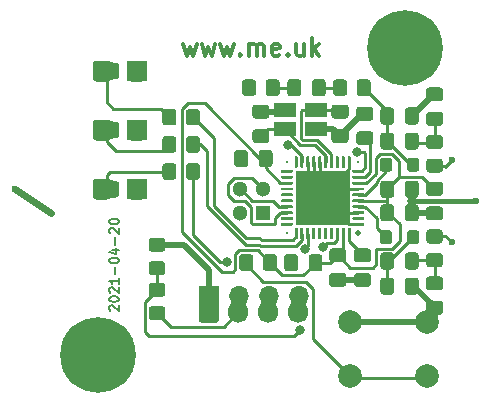
<source format=gbr>
%TF.GenerationSoftware,KiCad,Pcbnew,(5.1.9-0-10_14)*%
%TF.CreationDate,2021-04-20T15:17:39+01:00*%
%TF.ProjectId,PN532,504e3533-322e-46b6-9963-61645f706362,rev?*%
%TF.SameCoordinates,Original*%
%TF.FileFunction,Copper,L1,Top*%
%TF.FilePolarity,Positive*%
%FSLAX46Y46*%
G04 Gerber Fmt 4.6, Leading zero omitted, Abs format (unit mm)*
G04 Created by KiCad (PCBNEW (5.1.9-0-10_14)) date 2021-04-20 15:17:39*
%MOMM*%
%LPD*%
G01*
G04 APERTURE LIST*
%TA.AperFunction,NonConductor*%
%ADD10C,0.150000*%
%TD*%
%TA.AperFunction,NonConductor*%
%ADD11C,0.300000*%
%TD*%
%TA.AperFunction,EtchedComponent*%
%ADD12C,0.600000*%
%TD*%
%TA.AperFunction,ComponentPad*%
%ADD13C,0.600000*%
%TD*%
%TA.AperFunction,ComponentPad*%
%ADD14C,1.000000*%
%TD*%
%TA.AperFunction,SMDPad,CuDef*%
%ADD15C,0.500000*%
%TD*%
%TA.AperFunction,SMDPad,CuDef*%
%ADD16R,0.200000X0.200000*%
%TD*%
%TA.AperFunction,SMDPad,CuDef*%
%ADD17R,4.600000X4.600000*%
%TD*%
%TA.AperFunction,ComponentPad*%
%ADD18O,1.700000X1.700000*%
%TD*%
%TA.AperFunction,ComponentPad*%
%ADD19R,1.700000X1.700000*%
%TD*%
%TA.AperFunction,ComponentPad*%
%ADD20O,1.700000X1.850000*%
%TD*%
%TA.AperFunction,ComponentPad*%
%ADD21C,1.300000*%
%TD*%
%TA.AperFunction,ComponentPad*%
%ADD22R,1.300000X1.300000*%
%TD*%
%TA.AperFunction,ComponentPad*%
%ADD23C,2.000000*%
%TD*%
%TA.AperFunction,ComponentPad*%
%ADD24C,1.800000*%
%TD*%
%TA.AperFunction,ComponentPad*%
%ADD25R,1.800000X1.800000*%
%TD*%
%TA.AperFunction,ComponentPad*%
%ADD26C,0.800000*%
%TD*%
%TA.AperFunction,ComponentPad*%
%ADD27C,6.400000*%
%TD*%
%TA.AperFunction,SMDPad,CuDef*%
%ADD28R,1.900000X1.150000*%
%TD*%
%TA.AperFunction,ViaPad*%
%ADD29C,0.800000*%
%TD*%
%TA.AperFunction,Conductor*%
%ADD30C,0.250000*%
%TD*%
%TA.AperFunction,Conductor*%
%ADD31C,0.500000*%
%TD*%
%TA.AperFunction,Conductor*%
%ADD32C,0.400000*%
%TD*%
G04 APERTURE END LIST*
D10*
X109038095Y-88285714D02*
X109000000Y-88247619D01*
X108961904Y-88171428D01*
X108961904Y-87980952D01*
X109000000Y-87904761D01*
X109038095Y-87866666D01*
X109114285Y-87828571D01*
X109190476Y-87828571D01*
X109304761Y-87866666D01*
X109761904Y-88323809D01*
X109761904Y-87828571D01*
X108961904Y-87333333D02*
X108961904Y-87257142D01*
X109000000Y-87180952D01*
X109038095Y-87142857D01*
X109114285Y-87104761D01*
X109266666Y-87066666D01*
X109457142Y-87066666D01*
X109609523Y-87104761D01*
X109685714Y-87142857D01*
X109723809Y-87180952D01*
X109761904Y-87257142D01*
X109761904Y-87333333D01*
X109723809Y-87409523D01*
X109685714Y-87447619D01*
X109609523Y-87485714D01*
X109457142Y-87523809D01*
X109266666Y-87523809D01*
X109114285Y-87485714D01*
X109038095Y-87447619D01*
X109000000Y-87409523D01*
X108961904Y-87333333D01*
X109038095Y-86761904D02*
X109000000Y-86723809D01*
X108961904Y-86647619D01*
X108961904Y-86457142D01*
X109000000Y-86380952D01*
X109038095Y-86342857D01*
X109114285Y-86304761D01*
X109190476Y-86304761D01*
X109304761Y-86342857D01*
X109761904Y-86800000D01*
X109761904Y-86304761D01*
X109761904Y-85542857D02*
X109761904Y-86000000D01*
X109761904Y-85771428D02*
X108961904Y-85771428D01*
X109076190Y-85847619D01*
X109152380Y-85923809D01*
X109190476Y-86000000D01*
X109457142Y-85200000D02*
X109457142Y-84590476D01*
X108961904Y-84057142D02*
X108961904Y-83980952D01*
X109000000Y-83904761D01*
X109038095Y-83866666D01*
X109114285Y-83828571D01*
X109266666Y-83790476D01*
X109457142Y-83790476D01*
X109609523Y-83828571D01*
X109685714Y-83866666D01*
X109723809Y-83904761D01*
X109761904Y-83980952D01*
X109761904Y-84057142D01*
X109723809Y-84133333D01*
X109685714Y-84171428D01*
X109609523Y-84209523D01*
X109457142Y-84247619D01*
X109266666Y-84247619D01*
X109114285Y-84209523D01*
X109038095Y-84171428D01*
X109000000Y-84133333D01*
X108961904Y-84057142D01*
X109228571Y-83104761D02*
X109761904Y-83104761D01*
X108923809Y-83295238D02*
X109495238Y-83485714D01*
X109495238Y-82990476D01*
X109457142Y-82685714D02*
X109457142Y-82076190D01*
X109038095Y-81733333D02*
X109000000Y-81695238D01*
X108961904Y-81619047D01*
X108961904Y-81428571D01*
X109000000Y-81352380D01*
X109038095Y-81314285D01*
X109114285Y-81276190D01*
X109190476Y-81276190D01*
X109304761Y-81314285D01*
X109761904Y-81771428D01*
X109761904Y-81276190D01*
X108961904Y-80780952D02*
X108961904Y-80704761D01*
X109000000Y-80628571D01*
X109038095Y-80590476D01*
X109114285Y-80552380D01*
X109266666Y-80514285D01*
X109457142Y-80514285D01*
X109609523Y-80552380D01*
X109685714Y-80590476D01*
X109723809Y-80628571D01*
X109761904Y-80704761D01*
X109761904Y-80780952D01*
X109723809Y-80857142D01*
X109685714Y-80895238D01*
X109609523Y-80933333D01*
X109457142Y-80971428D01*
X109266666Y-80971428D01*
X109114285Y-80933333D01*
X109038095Y-80895238D01*
X109000000Y-80857142D01*
X108961904Y-80780952D01*
D11*
X115214285Y-65678571D02*
X115500000Y-66678571D01*
X115785714Y-65964285D01*
X116071428Y-66678571D01*
X116357142Y-65678571D01*
X116785714Y-65678571D02*
X117071428Y-66678571D01*
X117357142Y-65964285D01*
X117642857Y-66678571D01*
X117928571Y-65678571D01*
X118357142Y-65678571D02*
X118642857Y-66678571D01*
X118928571Y-65964285D01*
X119214285Y-66678571D01*
X119500000Y-65678571D01*
X120071428Y-66535714D02*
X120142857Y-66607142D01*
X120071428Y-66678571D01*
X120000000Y-66607142D01*
X120071428Y-66535714D01*
X120071428Y-66678571D01*
X120785714Y-66678571D02*
X120785714Y-65678571D01*
X120785714Y-65821428D02*
X120857142Y-65750000D01*
X121000000Y-65678571D01*
X121214285Y-65678571D01*
X121357142Y-65750000D01*
X121428571Y-65892857D01*
X121428571Y-66678571D01*
X121428571Y-65892857D02*
X121500000Y-65750000D01*
X121642857Y-65678571D01*
X121857142Y-65678571D01*
X122000000Y-65750000D01*
X122071428Y-65892857D01*
X122071428Y-66678571D01*
X123357142Y-66607142D02*
X123214285Y-66678571D01*
X122928571Y-66678571D01*
X122785714Y-66607142D01*
X122714285Y-66464285D01*
X122714285Y-65892857D01*
X122785714Y-65750000D01*
X122928571Y-65678571D01*
X123214285Y-65678571D01*
X123357142Y-65750000D01*
X123428571Y-65892857D01*
X123428571Y-66035714D01*
X122714285Y-66178571D01*
X124071428Y-66535714D02*
X124142857Y-66607142D01*
X124071428Y-66678571D01*
X124000000Y-66607142D01*
X124071428Y-66535714D01*
X124071428Y-66678571D01*
X125428571Y-65678571D02*
X125428571Y-66678571D01*
X124785714Y-65678571D02*
X124785714Y-66464285D01*
X124857142Y-66607142D01*
X125000000Y-66678571D01*
X125214285Y-66678571D01*
X125357142Y-66607142D01*
X125428571Y-66535714D01*
X126142857Y-66678571D02*
X126142857Y-65178571D01*
X126285714Y-66107142D02*
X126714285Y-66678571D01*
X126714285Y-65678571D02*
X126142857Y-66250000D01*
D12*
%TO.C,A1*%
X104000000Y-80000000D02*
X101000000Y-78000000D01*
%TD*%
%TO.P,C14,2*%
%TO.N,GND*%
%TA.AperFunction,SMDPad,CuDef*%
G36*
G01*
X129925000Y-85087500D02*
X130875000Y-85087500D01*
G75*
G02*
X131125000Y-85337500I0J-250000D01*
G01*
X131125000Y-86012500D01*
G75*
G02*
X130875000Y-86262500I-250000J0D01*
G01*
X129925000Y-86262500D01*
G75*
G02*
X129675000Y-86012500I0J250000D01*
G01*
X129675000Y-85337500D01*
G75*
G02*
X129925000Y-85087500I250000J0D01*
G01*
G37*
%TD.AperFunction*%
%TO.P,C14,1*%
%TO.N,+5V*%
%TA.AperFunction,SMDPad,CuDef*%
G36*
G01*
X129925000Y-83012500D02*
X130875000Y-83012500D01*
G75*
G02*
X131125000Y-83262500I0J-250000D01*
G01*
X131125000Y-83937500D01*
G75*
G02*
X130875000Y-84187500I-250000J0D01*
G01*
X129925000Y-84187500D01*
G75*
G02*
X129675000Y-83937500I0J250000D01*
G01*
X129675000Y-83262500D01*
G75*
G02*
X129925000Y-83012500I250000J0D01*
G01*
G37*
%TD.AperFunction*%
%TD*%
D13*
%TO.P,A1,~*%
%TO.N,N/C*%
X101000000Y-78000000D03*
X104000000Y-80000000D03*
%TO.P,A1,3*%
%TO.N,Net-(A1-Pad3)*%
X138000000Y-75500000D03*
%TO.P,A1,1*%
%TO.N,Net-(A1-Pad1)*%
X138000000Y-82500000D03*
%TO.P,A1,2*%
%TO.N,GND*%
X140000000Y-79000000D03*
%TD*%
%TO.P,C17,2*%
%TO.N,GND*%
%TA.AperFunction,SMDPad,CuDef*%
G36*
G01*
X120712500Y-74925000D02*
X120712500Y-75875000D01*
G75*
G02*
X120462500Y-76125000I-250000J0D01*
G01*
X119787500Y-76125000D01*
G75*
G02*
X119537500Y-75875000I0J250000D01*
G01*
X119537500Y-74925000D01*
G75*
G02*
X119787500Y-74675000I250000J0D01*
G01*
X120462500Y-74675000D01*
G75*
G02*
X120712500Y-74925000I0J-250000D01*
G01*
G37*
%TD.AperFunction*%
%TO.P,C17,1*%
%TO.N,+3V3*%
%TA.AperFunction,SMDPad,CuDef*%
G36*
G01*
X122787500Y-74925000D02*
X122787500Y-75875000D01*
G75*
G02*
X122537500Y-76125000I-250000J0D01*
G01*
X121862500Y-76125000D01*
G75*
G02*
X121612500Y-75875000I0J250000D01*
G01*
X121612500Y-74925000D01*
G75*
G02*
X121862500Y-74675000I250000J0D01*
G01*
X122537500Y-74675000D01*
G75*
G02*
X122787500Y-74925000I0J-250000D01*
G01*
G37*
%TD.AperFunction*%
%TD*%
%TO.P,C16,2*%
%TO.N,GND*%
%TA.AperFunction,SMDPad,CuDef*%
G36*
G01*
X122275000Y-72012500D02*
X121325000Y-72012500D01*
G75*
G02*
X121075000Y-71762500I0J250000D01*
G01*
X121075000Y-71087500D01*
G75*
G02*
X121325000Y-70837500I250000J0D01*
G01*
X122275000Y-70837500D01*
G75*
G02*
X122525000Y-71087500I0J-250000D01*
G01*
X122525000Y-71762500D01*
G75*
G02*
X122275000Y-72012500I-250000J0D01*
G01*
G37*
%TD.AperFunction*%
%TO.P,C16,1*%
%TO.N,Net-(C16-Pad1)*%
%TA.AperFunction,SMDPad,CuDef*%
G36*
G01*
X122275000Y-74087500D02*
X121325000Y-74087500D01*
G75*
G02*
X121075000Y-73837500I0J250000D01*
G01*
X121075000Y-73162500D01*
G75*
G02*
X121325000Y-72912500I250000J0D01*
G01*
X122275000Y-72912500D01*
G75*
G02*
X122525000Y-73162500I0J-250000D01*
G01*
X122525000Y-73837500D01*
G75*
G02*
X122275000Y-74087500I-250000J0D01*
G01*
G37*
%TD.AperFunction*%
%TD*%
%TO.P,C15,2*%
%TO.N,GND*%
%TA.AperFunction,SMDPad,CuDef*%
G36*
G01*
X128025000Y-72912500D02*
X128975000Y-72912500D01*
G75*
G02*
X129225000Y-73162500I0J-250000D01*
G01*
X129225000Y-73837500D01*
G75*
G02*
X128975000Y-74087500I-250000J0D01*
G01*
X128025000Y-74087500D01*
G75*
G02*
X127775000Y-73837500I0J250000D01*
G01*
X127775000Y-73162500D01*
G75*
G02*
X128025000Y-72912500I250000J0D01*
G01*
G37*
%TD.AperFunction*%
%TO.P,C15,1*%
%TO.N,Net-(C15-Pad1)*%
%TA.AperFunction,SMDPad,CuDef*%
G36*
G01*
X128025000Y-70837500D02*
X128975000Y-70837500D01*
G75*
G02*
X129225000Y-71087500I0J-250000D01*
G01*
X129225000Y-71762500D01*
G75*
G02*
X128975000Y-72012500I-250000J0D01*
G01*
X128025000Y-72012500D01*
G75*
G02*
X127775000Y-71762500I0J250000D01*
G01*
X127775000Y-71087500D01*
G75*
G02*
X128025000Y-70837500I250000J0D01*
G01*
G37*
%TD.AperFunction*%
%TD*%
%TO.P,C13,2*%
%TO.N,GND*%
%TA.AperFunction,SMDPad,CuDef*%
G36*
G01*
X124937500Y-83750000D02*
X124937500Y-84700000D01*
G75*
G02*
X124687500Y-84950000I-250000J0D01*
G01*
X124012500Y-84950000D01*
G75*
G02*
X123762500Y-84700000I0J250000D01*
G01*
X123762500Y-83750000D01*
G75*
G02*
X124012500Y-83500000I250000J0D01*
G01*
X124687500Y-83500000D01*
G75*
G02*
X124937500Y-83750000I0J-250000D01*
G01*
G37*
%TD.AperFunction*%
%TO.P,C13,1*%
%TO.N,+3V3*%
%TA.AperFunction,SMDPad,CuDef*%
G36*
G01*
X127012500Y-83750000D02*
X127012500Y-84700000D01*
G75*
G02*
X126762500Y-84950000I-250000J0D01*
G01*
X126087500Y-84950000D01*
G75*
G02*
X125837500Y-84700000I0J250000D01*
G01*
X125837500Y-83750000D01*
G75*
G02*
X126087500Y-83500000I250000J0D01*
G01*
X126762500Y-83500000D01*
G75*
G02*
X127012500Y-83750000I0J-250000D01*
G01*
G37*
%TD.AperFunction*%
%TD*%
%TO.P,C12,2*%
%TO.N,GND*%
%TA.AperFunction,SMDPad,CuDef*%
G36*
G01*
X127825000Y-85087500D02*
X128775000Y-85087500D01*
G75*
G02*
X129025000Y-85337500I0J-250000D01*
G01*
X129025000Y-86012500D01*
G75*
G02*
X128775000Y-86262500I-250000J0D01*
G01*
X127825000Y-86262500D01*
G75*
G02*
X127575000Y-86012500I0J250000D01*
G01*
X127575000Y-85337500D01*
G75*
G02*
X127825000Y-85087500I250000J0D01*
G01*
G37*
%TD.AperFunction*%
%TO.P,C12,1*%
%TO.N,+3V3*%
%TA.AperFunction,SMDPad,CuDef*%
G36*
G01*
X127825000Y-83012500D02*
X128775000Y-83012500D01*
G75*
G02*
X129025000Y-83262500I0J-250000D01*
G01*
X129025000Y-83937500D01*
G75*
G02*
X128775000Y-84187500I-250000J0D01*
G01*
X127825000Y-84187500D01*
G75*
G02*
X127575000Y-83937500I0J250000D01*
G01*
X127575000Y-83262500D01*
G75*
G02*
X127825000Y-83012500I250000J0D01*
G01*
G37*
%TD.AperFunction*%
%TD*%
%TO.P,C11,2*%
%TO.N,GND*%
%TA.AperFunction,SMDPad,CuDef*%
G36*
G01*
X136025000Y-79450000D02*
X136975000Y-79450000D01*
G75*
G02*
X137225000Y-79700000I0J-250000D01*
G01*
X137225000Y-80375000D01*
G75*
G02*
X136975000Y-80625000I-250000J0D01*
G01*
X136025000Y-80625000D01*
G75*
G02*
X135775000Y-80375000I0J250000D01*
G01*
X135775000Y-79700000D01*
G75*
G02*
X136025000Y-79450000I250000J0D01*
G01*
G37*
%TD.AperFunction*%
%TO.P,C11,1*%
%TO.N,+3V3*%
%TA.AperFunction,SMDPad,CuDef*%
G36*
G01*
X136025000Y-77375000D02*
X136975000Y-77375000D01*
G75*
G02*
X137225000Y-77625000I0J-250000D01*
G01*
X137225000Y-78300000D01*
G75*
G02*
X136975000Y-78550000I-250000J0D01*
G01*
X136025000Y-78550000D01*
G75*
G02*
X135775000Y-78300000I0J250000D01*
G01*
X135775000Y-77625000D01*
G75*
G02*
X136025000Y-77375000I250000J0D01*
G01*
G37*
%TD.AperFunction*%
%TD*%
%TO.P,C10,2*%
%TO.N,GND*%
%TA.AperFunction,SMDPad,CuDef*%
G36*
G01*
X131075000Y-72187500D02*
X130125000Y-72187500D01*
G75*
G02*
X129875000Y-71937500I0J250000D01*
G01*
X129875000Y-71262500D01*
G75*
G02*
X130125000Y-71012500I250000J0D01*
G01*
X131075000Y-71012500D01*
G75*
G02*
X131325000Y-71262500I0J-250000D01*
G01*
X131325000Y-71937500D01*
G75*
G02*
X131075000Y-72187500I-250000J0D01*
G01*
G37*
%TD.AperFunction*%
%TO.P,C10,1*%
%TO.N,Net-(C10-Pad1)*%
%TA.AperFunction,SMDPad,CuDef*%
G36*
G01*
X131075000Y-74262500D02*
X130125000Y-74262500D01*
G75*
G02*
X129875000Y-74012500I0J250000D01*
G01*
X129875000Y-73337500D01*
G75*
G02*
X130125000Y-73087500I250000J0D01*
G01*
X131075000Y-73087500D01*
G75*
G02*
X131325000Y-73337500I0J-250000D01*
G01*
X131325000Y-74012500D01*
G75*
G02*
X131075000Y-74262500I-250000J0D01*
G01*
G37*
%TD.AperFunction*%
%TD*%
%TO.P,C9,2*%
%TO.N,GND*%
%TA.AperFunction,SMDPad,CuDef*%
G36*
G01*
X133987500Y-78475000D02*
X133987500Y-77525000D01*
G75*
G02*
X134237500Y-77275000I250000J0D01*
G01*
X134912500Y-77275000D01*
G75*
G02*
X135162500Y-77525000I0J-250000D01*
G01*
X135162500Y-78475000D01*
G75*
G02*
X134912500Y-78725000I-250000J0D01*
G01*
X134237500Y-78725000D01*
G75*
G02*
X133987500Y-78475000I0J250000D01*
G01*
G37*
%TD.AperFunction*%
%TO.P,C9,1*%
%TO.N,+3V3*%
%TA.AperFunction,SMDPad,CuDef*%
G36*
G01*
X131912500Y-78475000D02*
X131912500Y-77525000D01*
G75*
G02*
X132162500Y-77275000I250000J0D01*
G01*
X132837500Y-77275000D01*
G75*
G02*
X133087500Y-77525000I0J-250000D01*
G01*
X133087500Y-78475000D01*
G75*
G02*
X132837500Y-78725000I-250000J0D01*
G01*
X132162500Y-78725000D01*
G75*
G02*
X131912500Y-78475000I0J250000D01*
G01*
G37*
%TD.AperFunction*%
%TD*%
%TO.P,C8,2*%
%TO.N,Net-(C8-Pad2)*%
%TA.AperFunction,SMDPad,CuDef*%
G36*
G01*
X126112500Y-69875000D02*
X126112500Y-68925000D01*
G75*
G02*
X126362500Y-68675000I250000J0D01*
G01*
X127037500Y-68675000D01*
G75*
G02*
X127287500Y-68925000I0J-250000D01*
G01*
X127287500Y-69875000D01*
G75*
G02*
X127037500Y-70125000I-250000J0D01*
G01*
X126362500Y-70125000D01*
G75*
G02*
X126112500Y-69875000I0J250000D01*
G01*
G37*
%TD.AperFunction*%
%TO.P,C8,1*%
%TO.N,Net-(C8-Pad1)*%
%TA.AperFunction,SMDPad,CuDef*%
G36*
G01*
X124037500Y-69875000D02*
X124037500Y-68925000D01*
G75*
G02*
X124287500Y-68675000I250000J0D01*
G01*
X124962500Y-68675000D01*
G75*
G02*
X125212500Y-68925000I0J-250000D01*
G01*
X125212500Y-69875000D01*
G75*
G02*
X124962500Y-70125000I-250000J0D01*
G01*
X124287500Y-70125000D01*
G75*
G02*
X124037500Y-69875000I0J250000D01*
G01*
G37*
%TD.AperFunction*%
%TD*%
%TO.P,C7,2*%
%TO.N,GND*%
%TA.AperFunction,SMDPad,CuDef*%
G36*
G01*
X133987500Y-80475000D02*
X133987500Y-79525000D01*
G75*
G02*
X134237500Y-79275000I250000J0D01*
G01*
X134912500Y-79275000D01*
G75*
G02*
X135162500Y-79525000I0J-250000D01*
G01*
X135162500Y-80475000D01*
G75*
G02*
X134912500Y-80725000I-250000J0D01*
G01*
X134237500Y-80725000D01*
G75*
G02*
X133987500Y-80475000I0J250000D01*
G01*
G37*
%TD.AperFunction*%
%TO.P,C7,1*%
%TO.N,+3V3*%
%TA.AperFunction,SMDPad,CuDef*%
G36*
G01*
X131912500Y-80475000D02*
X131912500Y-79525000D01*
G75*
G02*
X132162500Y-79275000I250000J0D01*
G01*
X132837500Y-79275000D01*
G75*
G02*
X133087500Y-79525000I0J-250000D01*
G01*
X133087500Y-80475000D01*
G75*
G02*
X132837500Y-80725000I-250000J0D01*
G01*
X132162500Y-80725000D01*
G75*
G02*
X131912500Y-80475000I0J250000D01*
G01*
G37*
%TD.AperFunction*%
%TD*%
%TO.P,C6,2*%
%TO.N,Net-(C4-Pad2)*%
%TA.AperFunction,SMDPad,CuDef*%
G36*
G01*
X133087500Y-71325000D02*
X133087500Y-72275000D01*
G75*
G02*
X132837500Y-72525000I-250000J0D01*
G01*
X132162500Y-72525000D01*
G75*
G02*
X131912500Y-72275000I0J250000D01*
G01*
X131912500Y-71325000D01*
G75*
G02*
X132162500Y-71075000I250000J0D01*
G01*
X132837500Y-71075000D01*
G75*
G02*
X133087500Y-71325000I0J-250000D01*
G01*
G37*
%TD.AperFunction*%
%TO.P,C6,1*%
%TO.N,GND*%
%TA.AperFunction,SMDPad,CuDef*%
G36*
G01*
X135162500Y-71325000D02*
X135162500Y-72275000D01*
G75*
G02*
X134912500Y-72525000I-250000J0D01*
G01*
X134237500Y-72525000D01*
G75*
G02*
X133987500Y-72275000I0J250000D01*
G01*
X133987500Y-71325000D01*
G75*
G02*
X134237500Y-71075000I250000J0D01*
G01*
X134912500Y-71075000D01*
G75*
G02*
X135162500Y-71325000I0J-250000D01*
G01*
G37*
%TD.AperFunction*%
%TD*%
%TO.P,C5,2*%
%TO.N,Net-(C3-Pad1)*%
%TA.AperFunction,SMDPad,CuDef*%
G36*
G01*
X133087500Y-85725000D02*
X133087500Y-86675000D01*
G75*
G02*
X132837500Y-86925000I-250000J0D01*
G01*
X132162500Y-86925000D01*
G75*
G02*
X131912500Y-86675000I0J250000D01*
G01*
X131912500Y-85725000D01*
G75*
G02*
X132162500Y-85475000I250000J0D01*
G01*
X132837500Y-85475000D01*
G75*
G02*
X133087500Y-85725000I0J-250000D01*
G01*
G37*
%TD.AperFunction*%
%TO.P,C5,1*%
%TO.N,GND*%
%TA.AperFunction,SMDPad,CuDef*%
G36*
G01*
X135162500Y-85725000D02*
X135162500Y-86675000D01*
G75*
G02*
X134912500Y-86925000I-250000J0D01*
G01*
X134237500Y-86925000D01*
G75*
G02*
X133987500Y-86675000I0J250000D01*
G01*
X133987500Y-85725000D01*
G75*
G02*
X134237500Y-85475000I250000J0D01*
G01*
X134912500Y-85475000D01*
G75*
G02*
X135162500Y-85725000I0J-250000D01*
G01*
G37*
%TD.AperFunction*%
%TD*%
%TO.P,C4,2*%
%TO.N,Net-(C4-Pad2)*%
%TA.AperFunction,SMDPad,CuDef*%
G36*
G01*
X133087500Y-73456428D02*
X133087500Y-74406428D01*
G75*
G02*
X132837500Y-74656428I-250000J0D01*
G01*
X132162500Y-74656428D01*
G75*
G02*
X131912500Y-74406428I0J250000D01*
G01*
X131912500Y-73456428D01*
G75*
G02*
X132162500Y-73206428I250000J0D01*
G01*
X132837500Y-73206428D01*
G75*
G02*
X133087500Y-73456428I0J-250000D01*
G01*
G37*
%TD.AperFunction*%
%TO.P,C4,1*%
%TO.N,Net-(C2-Pad2)*%
%TA.AperFunction,SMDPad,CuDef*%
G36*
G01*
X135162500Y-73456428D02*
X135162500Y-74406428D01*
G75*
G02*
X134912500Y-74656428I-250000J0D01*
G01*
X134237500Y-74656428D01*
G75*
G02*
X133987500Y-74406428I0J250000D01*
G01*
X133987500Y-73456428D01*
G75*
G02*
X134237500Y-73206428I250000J0D01*
G01*
X134912500Y-73206428D01*
G75*
G02*
X135162500Y-73456428I0J-250000D01*
G01*
G37*
%TD.AperFunction*%
%TD*%
%TO.P,C3,2*%
%TO.N,Net-(C1-Pad1)*%
%TA.AperFunction,SMDPad,CuDef*%
G36*
G01*
X133987500Y-84543568D02*
X133987500Y-83593568D01*
G75*
G02*
X134237500Y-83343568I250000J0D01*
G01*
X134912500Y-83343568D01*
G75*
G02*
X135162500Y-83593568I0J-250000D01*
G01*
X135162500Y-84543568D01*
G75*
G02*
X134912500Y-84793568I-250000J0D01*
G01*
X134237500Y-84793568D01*
G75*
G02*
X133987500Y-84543568I0J250000D01*
G01*
G37*
%TD.AperFunction*%
%TO.P,C3,1*%
%TO.N,Net-(C3-Pad1)*%
%TA.AperFunction,SMDPad,CuDef*%
G36*
G01*
X131912500Y-84543568D02*
X131912500Y-83593568D01*
G75*
G02*
X132162500Y-83343568I250000J0D01*
G01*
X132837500Y-83343568D01*
G75*
G02*
X133087500Y-83593568I0J-250000D01*
G01*
X133087500Y-84543568D01*
G75*
G02*
X132837500Y-84793568I-250000J0D01*
G01*
X132162500Y-84793568D01*
G75*
G02*
X131912500Y-84543568I0J250000D01*
G01*
G37*
%TD.AperFunction*%
%TD*%
%TO.P,L2,2*%
%TO.N,Net-(L2-Pad2)*%
%TA.AperFunction,SMDPad,CuDef*%
G36*
G01*
X132912500Y-75582855D02*
X132912500Y-76282857D01*
G75*
G02*
X132662501Y-76532856I-249999J0D01*
G01*
X132112499Y-76532856D01*
G75*
G02*
X131862500Y-76282857I0J249999D01*
G01*
X131862500Y-75582855D01*
G75*
G02*
X132112499Y-75332856I249999J0D01*
G01*
X132662501Y-75332856D01*
G75*
G02*
X132912500Y-75582855I0J-249999D01*
G01*
G37*
%TD.AperFunction*%
%TO.P,L2,1*%
%TO.N,Net-(C4-Pad2)*%
%TA.AperFunction,SMDPad,CuDef*%
G36*
G01*
X135212500Y-75582855D02*
X135212500Y-76282857D01*
G75*
G02*
X134962501Y-76532856I-249999J0D01*
G01*
X134412499Y-76532856D01*
G75*
G02*
X134162500Y-76282857I0J249999D01*
G01*
X134162500Y-75582855D01*
G75*
G02*
X134412499Y-75332856I249999J0D01*
G01*
X134962501Y-75332856D01*
G75*
G02*
X135212500Y-75582855I0J-249999D01*
G01*
G37*
%TD.AperFunction*%
%TD*%
%TO.P,L1,2*%
%TO.N,Net-(C3-Pad1)*%
%TA.AperFunction,SMDPad,CuDef*%
G36*
G01*
X134162500Y-82417141D02*
X134162500Y-81717139D01*
G75*
G02*
X134412499Y-81467140I249999J0D01*
G01*
X134962501Y-81467140D01*
G75*
G02*
X135212500Y-81717139I0J-249999D01*
G01*
X135212500Y-82417141D01*
G75*
G02*
X134962501Y-82667140I-249999J0D01*
G01*
X134412499Y-82667140D01*
G75*
G02*
X134162500Y-82417141I0J249999D01*
G01*
G37*
%TD.AperFunction*%
%TO.P,L1,1*%
%TO.N,Net-(L1-Pad1)*%
%TA.AperFunction,SMDPad,CuDef*%
G36*
G01*
X131862500Y-82417141D02*
X131862500Y-81717139D01*
G75*
G02*
X132112499Y-81467140I249999J0D01*
G01*
X132662501Y-81467140D01*
G75*
G02*
X132912500Y-81717139I0J-249999D01*
G01*
X132912500Y-82417141D01*
G75*
G02*
X132662501Y-82667140I-249999J0D01*
G01*
X132112499Y-82667140D01*
G75*
G02*
X131862500Y-82417141I0J249999D01*
G01*
G37*
%TD.AperFunction*%
%TD*%
%TO.P,C2,2*%
%TO.N,Net-(C2-Pad2)*%
%TA.AperFunction,SMDPad,CuDef*%
G36*
G01*
X136025000Y-71450000D02*
X136975000Y-71450000D01*
G75*
G02*
X137225000Y-71700000I0J-250000D01*
G01*
X137225000Y-72375000D01*
G75*
G02*
X136975000Y-72625000I-250000J0D01*
G01*
X136025000Y-72625000D01*
G75*
G02*
X135775000Y-72375000I0J250000D01*
G01*
X135775000Y-71700000D01*
G75*
G02*
X136025000Y-71450000I250000J0D01*
G01*
G37*
%TD.AperFunction*%
%TO.P,C2,1*%
%TO.N,GND*%
%TA.AperFunction,SMDPad,CuDef*%
G36*
G01*
X136025000Y-69375000D02*
X136975000Y-69375000D01*
G75*
G02*
X137225000Y-69625000I0J-250000D01*
G01*
X137225000Y-70300000D01*
G75*
G02*
X136975000Y-70550000I-250000J0D01*
G01*
X136025000Y-70550000D01*
G75*
G02*
X135775000Y-70300000I0J250000D01*
G01*
X135775000Y-69625000D01*
G75*
G02*
X136025000Y-69375000I250000J0D01*
G01*
G37*
%TD.AperFunction*%
%TD*%
%TO.P,C1,2*%
%TO.N,GND*%
%TA.AperFunction,SMDPad,CuDef*%
G36*
G01*
X136025000Y-87450000D02*
X136975000Y-87450000D01*
G75*
G02*
X137225000Y-87700000I0J-250000D01*
G01*
X137225000Y-88375000D01*
G75*
G02*
X136975000Y-88625000I-250000J0D01*
G01*
X136025000Y-88625000D01*
G75*
G02*
X135775000Y-88375000I0J250000D01*
G01*
X135775000Y-87700000D01*
G75*
G02*
X136025000Y-87450000I250000J0D01*
G01*
G37*
%TD.AperFunction*%
%TO.P,C1,1*%
%TO.N,Net-(C1-Pad1)*%
%TA.AperFunction,SMDPad,CuDef*%
G36*
G01*
X136025000Y-85375000D02*
X136975000Y-85375000D01*
G75*
G02*
X137225000Y-85625000I0J-250000D01*
G01*
X137225000Y-86300000D01*
G75*
G02*
X136975000Y-86550000I-250000J0D01*
G01*
X136025000Y-86550000D01*
G75*
G02*
X135775000Y-86300000I0J250000D01*
G01*
X135775000Y-85625000D01*
G75*
G02*
X136025000Y-85375000I250000J0D01*
G01*
G37*
%TD.AperFunction*%
%TD*%
%TO.P,R10,2*%
%TO.N,Net-(R10-Pad2)*%
%TA.AperFunction,SMDPad,CuDef*%
G36*
G01*
X121150000Y-83749999D02*
X121150000Y-84650001D01*
G75*
G02*
X120900001Y-84900000I-249999J0D01*
G01*
X120199999Y-84900000D01*
G75*
G02*
X119950000Y-84650001I0J249999D01*
G01*
X119950000Y-83749999D01*
G75*
G02*
X120199999Y-83500000I249999J0D01*
G01*
X120900001Y-83500000D01*
G75*
G02*
X121150000Y-83749999I0J-249999D01*
G01*
G37*
%TD.AperFunction*%
%TO.P,R10,1*%
%TO.N,+3V3*%
%TA.AperFunction,SMDPad,CuDef*%
G36*
G01*
X123150000Y-83749999D02*
X123150000Y-84650001D01*
G75*
G02*
X122900001Y-84900000I-249999J0D01*
G01*
X122199999Y-84900000D01*
G75*
G02*
X121950000Y-84650001I0J249999D01*
G01*
X121950000Y-83749999D01*
G75*
G02*
X122199999Y-83500000I249999J0D01*
G01*
X122900001Y-83500000D01*
G75*
G02*
X123150000Y-83749999I0J-249999D01*
G01*
G37*
%TD.AperFunction*%
%TD*%
%TO.P,R9,2*%
%TO.N,Net-(D3-Pad2)*%
%TA.AperFunction,SMDPad,CuDef*%
G36*
G01*
X114650000Y-76049999D02*
X114650000Y-76950001D01*
G75*
G02*
X114400001Y-77200000I-249999J0D01*
G01*
X113699999Y-77200000D01*
G75*
G02*
X113450000Y-76950001I0J249999D01*
G01*
X113450000Y-76049999D01*
G75*
G02*
X113699999Y-75800000I249999J0D01*
G01*
X114400001Y-75800000D01*
G75*
G02*
X114650000Y-76049999I0J-249999D01*
G01*
G37*
%TD.AperFunction*%
%TO.P,R9,1*%
%TO.N,Net-(R9-Pad1)*%
%TA.AperFunction,SMDPad,CuDef*%
G36*
G01*
X116650000Y-76049999D02*
X116650000Y-76950001D01*
G75*
G02*
X116400001Y-77200000I-249999J0D01*
G01*
X115699999Y-77200000D01*
G75*
G02*
X115450000Y-76950001I0J249999D01*
G01*
X115450000Y-76049999D01*
G75*
G02*
X115699999Y-75800000I249999J0D01*
G01*
X116400001Y-75800000D01*
G75*
G02*
X116650000Y-76049999I0J-249999D01*
G01*
G37*
%TD.AperFunction*%
%TD*%
%TO.P,R8,2*%
%TO.N,Net-(D2-Pad2)*%
%TA.AperFunction,SMDPad,CuDef*%
G36*
G01*
X114650000Y-73749999D02*
X114650000Y-74650001D01*
G75*
G02*
X114400001Y-74900000I-249999J0D01*
G01*
X113699999Y-74900000D01*
G75*
G02*
X113450000Y-74650001I0J249999D01*
G01*
X113450000Y-73749999D01*
G75*
G02*
X113699999Y-73500000I249999J0D01*
G01*
X114400001Y-73500000D01*
G75*
G02*
X114650000Y-73749999I0J-249999D01*
G01*
G37*
%TD.AperFunction*%
%TO.P,R8,1*%
%TO.N,Net-(R8-Pad1)*%
%TA.AperFunction,SMDPad,CuDef*%
G36*
G01*
X116650000Y-73749999D02*
X116650000Y-74650001D01*
G75*
G02*
X116400001Y-74900000I-249999J0D01*
G01*
X115699999Y-74900000D01*
G75*
G02*
X115450000Y-74650001I0J249999D01*
G01*
X115450000Y-73749999D01*
G75*
G02*
X115699999Y-73500000I249999J0D01*
G01*
X116400001Y-73500000D01*
G75*
G02*
X116650000Y-73749999I0J-249999D01*
G01*
G37*
%TD.AperFunction*%
%TD*%
%TO.P,R7,2*%
%TO.N,Net-(D1-Pad2)*%
%TA.AperFunction,SMDPad,CuDef*%
G36*
G01*
X114650000Y-71449999D02*
X114650000Y-72350001D01*
G75*
G02*
X114400001Y-72600000I-249999J0D01*
G01*
X113699999Y-72600000D01*
G75*
G02*
X113450000Y-72350001I0J249999D01*
G01*
X113450000Y-71449999D01*
G75*
G02*
X113699999Y-71200000I249999J0D01*
G01*
X114400001Y-71200000D01*
G75*
G02*
X114650000Y-71449999I0J-249999D01*
G01*
G37*
%TD.AperFunction*%
%TO.P,R7,1*%
%TO.N,Net-(R7-Pad1)*%
%TA.AperFunction,SMDPad,CuDef*%
G36*
G01*
X116650000Y-71449999D02*
X116650000Y-72350001D01*
G75*
G02*
X116400001Y-72600000I-249999J0D01*
G01*
X115699999Y-72600000D01*
G75*
G02*
X115450000Y-72350001I0J249999D01*
G01*
X115450000Y-71449999D01*
G75*
G02*
X115699999Y-71200000I249999J0D01*
G01*
X116400001Y-71200000D01*
G75*
G02*
X116650000Y-71449999I0J-249999D01*
G01*
G37*
%TD.AperFunction*%
%TD*%
%TO.P,R6,2*%
%TO.N,Net-(R5-Pad1)*%
%TA.AperFunction,SMDPad,CuDef*%
G36*
G01*
X112549999Y-84100000D02*
X113450001Y-84100000D01*
G75*
G02*
X113700000Y-84349999I0J-249999D01*
G01*
X113700000Y-85050001D01*
G75*
G02*
X113450001Y-85300000I-249999J0D01*
G01*
X112549999Y-85300000D01*
G75*
G02*
X112300000Y-85050001I0J249999D01*
G01*
X112300000Y-84349999D01*
G75*
G02*
X112549999Y-84100000I249999J0D01*
G01*
G37*
%TD.AperFunction*%
%TO.P,R6,1*%
%TO.N,GND*%
%TA.AperFunction,SMDPad,CuDef*%
G36*
G01*
X112549999Y-82100000D02*
X113450001Y-82100000D01*
G75*
G02*
X113700000Y-82349999I0J-249999D01*
G01*
X113700000Y-83050001D01*
G75*
G02*
X113450001Y-83300000I-249999J0D01*
G01*
X112549999Y-83300000D01*
G75*
G02*
X112300000Y-83050001I0J249999D01*
G01*
X112300000Y-82349999D01*
G75*
G02*
X112549999Y-82100000I249999J0D01*
G01*
G37*
%TD.AperFunction*%
%TD*%
%TO.P,R5,2*%
%TO.N,+5V*%
%TA.AperFunction,SMDPad,CuDef*%
G36*
G01*
X112549999Y-87900000D02*
X113450001Y-87900000D01*
G75*
G02*
X113700000Y-88149999I0J-249999D01*
G01*
X113700000Y-88850001D01*
G75*
G02*
X113450001Y-89100000I-249999J0D01*
G01*
X112549999Y-89100000D01*
G75*
G02*
X112300000Y-88850001I0J249999D01*
G01*
X112300000Y-88149999D01*
G75*
G02*
X112549999Y-87900000I249999J0D01*
G01*
G37*
%TD.AperFunction*%
%TO.P,R5,1*%
%TO.N,Net-(R5-Pad1)*%
%TA.AperFunction,SMDPad,CuDef*%
G36*
G01*
X112549999Y-85900000D02*
X113450001Y-85900000D01*
G75*
G02*
X113700000Y-86149999I0J-249999D01*
G01*
X113700000Y-86850001D01*
G75*
G02*
X113450001Y-87100000I-249999J0D01*
G01*
X112549999Y-87100000D01*
G75*
G02*
X112300000Y-86850001I0J249999D01*
G01*
X112300000Y-86149999D01*
G75*
G02*
X112549999Y-85900000I249999J0D01*
G01*
G37*
%TD.AperFunction*%
%TD*%
%TO.P,R4,2*%
%TO.N,Net-(C10-Pad1)*%
%TA.AperFunction,SMDPad,CuDef*%
G36*
G01*
X121400000Y-68949999D02*
X121400000Y-69850001D01*
G75*
G02*
X121150001Y-70100000I-249999J0D01*
G01*
X120449999Y-70100000D01*
G75*
G02*
X120200000Y-69850001I0J249999D01*
G01*
X120200000Y-68949999D01*
G75*
G02*
X120449999Y-68700000I249999J0D01*
G01*
X121150001Y-68700000D01*
G75*
G02*
X121400000Y-68949999I0J-249999D01*
G01*
G37*
%TD.AperFunction*%
%TO.P,R4,1*%
%TO.N,Net-(C8-Pad1)*%
%TA.AperFunction,SMDPad,CuDef*%
G36*
G01*
X123400000Y-68949999D02*
X123400000Y-69850001D01*
G75*
G02*
X123150001Y-70100000I-249999J0D01*
G01*
X122449999Y-70100000D01*
G75*
G02*
X122200000Y-69850001I0J249999D01*
G01*
X122200000Y-68949999D01*
G75*
G02*
X122449999Y-68700000I249999J0D01*
G01*
X123150001Y-68700000D01*
G75*
G02*
X123400000Y-68949999I0J-249999D01*
G01*
G37*
%TD.AperFunction*%
%TD*%
%TO.P,R3,2*%
%TO.N,Net-(C4-Pad2)*%
%TA.AperFunction,SMDPad,CuDef*%
G36*
G01*
X129900000Y-69850001D02*
X129900000Y-68949999D01*
G75*
G02*
X130149999Y-68700000I249999J0D01*
G01*
X130850001Y-68700000D01*
G75*
G02*
X131100000Y-68949999I0J-249999D01*
G01*
X131100000Y-69850001D01*
G75*
G02*
X130850001Y-70100000I-249999J0D01*
G01*
X130149999Y-70100000D01*
G75*
G02*
X129900000Y-69850001I0J249999D01*
G01*
G37*
%TD.AperFunction*%
%TO.P,R3,1*%
%TO.N,Net-(C8-Pad2)*%
%TA.AperFunction,SMDPad,CuDef*%
G36*
G01*
X127900000Y-69850001D02*
X127900000Y-68949999D01*
G75*
G02*
X128149999Y-68700000I249999J0D01*
G01*
X128850001Y-68700000D01*
G75*
G02*
X129100000Y-68949999I0J-249999D01*
G01*
X129100000Y-69850001D01*
G75*
G02*
X128850001Y-70100000I-249999J0D01*
G01*
X128149999Y-70100000D01*
G75*
G02*
X127900000Y-69850001I0J249999D01*
G01*
G37*
%TD.AperFunction*%
%TD*%
%TO.P,R2,2*%
%TO.N,Net-(A1-Pad3)*%
%TA.AperFunction,SMDPad,CuDef*%
G36*
G01*
X136049999Y-75400000D02*
X136950001Y-75400000D01*
G75*
G02*
X137200000Y-75649999I0J-249999D01*
G01*
X137200000Y-76350001D01*
G75*
G02*
X136950001Y-76600000I-249999J0D01*
G01*
X136049999Y-76600000D01*
G75*
G02*
X135800000Y-76350001I0J249999D01*
G01*
X135800000Y-75649999D01*
G75*
G02*
X136049999Y-75400000I249999J0D01*
G01*
G37*
%TD.AperFunction*%
%TO.P,R2,1*%
%TO.N,Net-(C2-Pad2)*%
%TA.AperFunction,SMDPad,CuDef*%
G36*
G01*
X136049999Y-73400000D02*
X136950001Y-73400000D01*
G75*
G02*
X137200000Y-73649999I0J-249999D01*
G01*
X137200000Y-74350001D01*
G75*
G02*
X136950001Y-74600000I-249999J0D01*
G01*
X136049999Y-74600000D01*
G75*
G02*
X135800000Y-74350001I0J249999D01*
G01*
X135800000Y-73649999D01*
G75*
G02*
X136049999Y-73400000I249999J0D01*
G01*
G37*
%TD.AperFunction*%
%TD*%
%TO.P,R1,2*%
%TO.N,Net-(A1-Pad1)*%
%TA.AperFunction,SMDPad,CuDef*%
G36*
G01*
X136950001Y-82600000D02*
X136049999Y-82600000D01*
G75*
G02*
X135800000Y-82350001I0J249999D01*
G01*
X135800000Y-81649999D01*
G75*
G02*
X136049999Y-81400000I249999J0D01*
G01*
X136950001Y-81400000D01*
G75*
G02*
X137200000Y-81649999I0J-249999D01*
G01*
X137200000Y-82350001D01*
G75*
G02*
X136950001Y-82600000I-249999J0D01*
G01*
G37*
%TD.AperFunction*%
%TO.P,R1,1*%
%TO.N,Net-(C1-Pad1)*%
%TA.AperFunction,SMDPad,CuDef*%
G36*
G01*
X136950001Y-84600000D02*
X136049999Y-84600000D01*
G75*
G02*
X135800000Y-84350001I0J249999D01*
G01*
X135800000Y-83649999D01*
G75*
G02*
X136049999Y-83400000I249999J0D01*
G01*
X136950001Y-83400000D01*
G75*
G02*
X137200000Y-83649999I0J-249999D01*
G01*
X137200000Y-84350001D01*
G75*
G02*
X136950001Y-84600000I-249999J0D01*
G01*
G37*
%TD.AperFunction*%
%TD*%
D14*
%TO.P,U1,41*%
%TO.N,GND*%
X127025000Y-78725000D03*
X128525000Y-77225000D03*
X125525000Y-77225000D03*
X125525000Y-80225000D03*
X128525000Y-80225000D03*
D15*
%TO.P,U1,~*%
%TO.N,N/C*%
X130025000Y-81725000D03*
D16*
X130025000Y-81725000D03*
X124025000Y-81725000D03*
X124025000Y-75725000D03*
X130025000Y-75725000D03*
D17*
%TO.P,U1,41*%
%TO.N,GND*%
X127025000Y-78725000D03*
%TO.P,U1,40*%
%TO.N,+5V*%
%TA.AperFunction,SMDPad,CuDef*%
G36*
G01*
X129400000Y-81312500D02*
X129400000Y-82187500D01*
G75*
G02*
X129337500Y-82250000I-62500J0D01*
G01*
X129212500Y-82250000D01*
G75*
G02*
X129150000Y-82187500I0J62500D01*
G01*
X129150000Y-81312500D01*
G75*
G02*
X129212500Y-81250000I62500J0D01*
G01*
X129337500Y-81250000D01*
G75*
G02*
X129400000Y-81312500I0J-62500D01*
G01*
G37*
%TD.AperFunction*%
%TO.P,U1,39*%
%TO.N,+3V3*%
%TA.AperFunction,SMDPad,CuDef*%
G36*
G01*
X128900000Y-81312500D02*
X128900000Y-82187500D01*
G75*
G02*
X128837500Y-82250000I-62500J0D01*
G01*
X128712500Y-82250000D01*
G75*
G02*
X128650000Y-82187500I0J62500D01*
G01*
X128650000Y-81312500D01*
G75*
G02*
X128712500Y-81250000I62500J0D01*
G01*
X128837500Y-81250000D01*
G75*
G02*
X128900000Y-81312500I0J-62500D01*
G01*
G37*
%TD.AperFunction*%
%TO.P,U1,38*%
%TO.N,Net-(R5-Pad1)*%
%TA.AperFunction,SMDPad,CuDef*%
G36*
G01*
X128400000Y-81312500D02*
X128400000Y-82187500D01*
G75*
G02*
X128337500Y-82250000I-62500J0D01*
G01*
X128212500Y-82250000D01*
G75*
G02*
X128150000Y-82187500I0J62500D01*
G01*
X128150000Y-81312500D01*
G75*
G02*
X128212500Y-81250000I62500J0D01*
G01*
X128337500Y-81250000D01*
G75*
G02*
X128400000Y-81312500I0J-62500D01*
G01*
G37*
%TD.AperFunction*%
%TO.P,U1,37*%
%TO.N,Net-(U1-Pad37)*%
%TA.AperFunction,SMDPad,CuDef*%
G36*
G01*
X127900000Y-81312500D02*
X127900000Y-82187500D01*
G75*
G02*
X127837500Y-82250000I-62500J0D01*
G01*
X127712500Y-82250000D01*
G75*
G02*
X127650000Y-82187500I0J62500D01*
G01*
X127650000Y-81312500D01*
G75*
G02*
X127712500Y-81250000I62500J0D01*
G01*
X127837500Y-81250000D01*
G75*
G02*
X127900000Y-81312500I0J-62500D01*
G01*
G37*
%TD.AperFunction*%
%TO.P,U1,36*%
%TO.N,Net-(U1-Pad36)*%
%TA.AperFunction,SMDPad,CuDef*%
G36*
G01*
X127400000Y-81312500D02*
X127400000Y-82187500D01*
G75*
G02*
X127337500Y-82250000I-62500J0D01*
G01*
X127212500Y-82250000D01*
G75*
G02*
X127150000Y-82187500I0J62500D01*
G01*
X127150000Y-81312500D01*
G75*
G02*
X127212500Y-81250000I62500J0D01*
G01*
X127337500Y-81250000D01*
G75*
G02*
X127400000Y-81312500I0J-62500D01*
G01*
G37*
%TD.AperFunction*%
%TO.P,U1,35*%
%TO.N,Net-(U1-Pad35)*%
%TA.AperFunction,SMDPad,CuDef*%
G36*
G01*
X126900000Y-81312500D02*
X126900000Y-82187500D01*
G75*
G02*
X126837500Y-82250000I-62500J0D01*
G01*
X126712500Y-82250000D01*
G75*
G02*
X126650000Y-82187500I0J62500D01*
G01*
X126650000Y-81312500D01*
G75*
G02*
X126712500Y-81250000I62500J0D01*
G01*
X126837500Y-81250000D01*
G75*
G02*
X126900000Y-81312500I0J-62500D01*
G01*
G37*
%TD.AperFunction*%
%TO.P,U1,34*%
%TO.N,Net-(U1-Pad34)*%
%TA.AperFunction,SMDPad,CuDef*%
G36*
G01*
X126400000Y-81312500D02*
X126400000Y-82187500D01*
G75*
G02*
X126337500Y-82250000I-62500J0D01*
G01*
X126212500Y-82250000D01*
G75*
G02*
X126150000Y-82187500I0J62500D01*
G01*
X126150000Y-81312500D01*
G75*
G02*
X126212500Y-81250000I62500J0D01*
G01*
X126337500Y-81250000D01*
G75*
G02*
X126400000Y-81312500I0J-62500D01*
G01*
G37*
%TD.AperFunction*%
%TO.P,U1,33*%
%TO.N,Net-(R9-Pad1)*%
%TA.AperFunction,SMDPad,CuDef*%
G36*
G01*
X125900000Y-81312500D02*
X125900000Y-82187500D01*
G75*
G02*
X125837500Y-82250000I-62500J0D01*
G01*
X125712500Y-82250000D01*
G75*
G02*
X125650000Y-82187500I0J62500D01*
G01*
X125650000Y-81312500D01*
G75*
G02*
X125712500Y-81250000I62500J0D01*
G01*
X125837500Y-81250000D01*
G75*
G02*
X125900000Y-81312500I0J-62500D01*
G01*
G37*
%TD.AperFunction*%
%TO.P,U1,32*%
%TO.N,Net-(R8-Pad1)*%
%TA.AperFunction,SMDPad,CuDef*%
G36*
G01*
X125400000Y-81312500D02*
X125400000Y-82187500D01*
G75*
G02*
X125337500Y-82250000I-62500J0D01*
G01*
X125212500Y-82250000D01*
G75*
G02*
X125150000Y-82187500I0J62500D01*
G01*
X125150000Y-81312500D01*
G75*
G02*
X125212500Y-81250000I62500J0D01*
G01*
X125337500Y-81250000D01*
G75*
G02*
X125400000Y-81312500I0J-62500D01*
G01*
G37*
%TD.AperFunction*%
%TO.P,U1,31*%
%TO.N,Net-(R7-Pad1)*%
%TA.AperFunction,SMDPad,CuDef*%
G36*
G01*
X124900000Y-81312500D02*
X124900000Y-82187500D01*
G75*
G02*
X124837500Y-82250000I-62500J0D01*
G01*
X124712500Y-82250000D01*
G75*
G02*
X124650000Y-82187500I0J62500D01*
G01*
X124650000Y-81312500D01*
G75*
G02*
X124712500Y-81250000I62500J0D01*
G01*
X124837500Y-81250000D01*
G75*
G02*
X124900000Y-81312500I0J-62500D01*
G01*
G37*
%TD.AperFunction*%
%TO.P,U1,30*%
%TO.N,Net-(U1-Pad30)*%
%TA.AperFunction,SMDPad,CuDef*%
G36*
G01*
X124500000Y-80912500D02*
X124500000Y-81037500D01*
G75*
G02*
X124437500Y-81100000I-62500J0D01*
G01*
X123562500Y-81100000D01*
G75*
G02*
X123500000Y-81037500I0J62500D01*
G01*
X123500000Y-80912500D01*
G75*
G02*
X123562500Y-80850000I62500J0D01*
G01*
X124437500Y-80850000D01*
G75*
G02*
X124500000Y-80912500I0J-62500D01*
G01*
G37*
%TD.AperFunction*%
%TO.P,U1,29*%
%TO.N,Net-(U1-Pad29)*%
%TA.AperFunction,SMDPad,CuDef*%
G36*
G01*
X124500000Y-80412500D02*
X124500000Y-80537500D01*
G75*
G02*
X124437500Y-80600000I-62500J0D01*
G01*
X123562500Y-80600000D01*
G75*
G02*
X123500000Y-80537500I0J62500D01*
G01*
X123500000Y-80412500D01*
G75*
G02*
X123562500Y-80350000I62500J0D01*
G01*
X124437500Y-80350000D01*
G75*
G02*
X124500000Y-80412500I0J-62500D01*
G01*
G37*
%TD.AperFunction*%
%TO.P,U1,28*%
%TO.N,Net-(J1-Pad3)*%
%TA.AperFunction,SMDPad,CuDef*%
G36*
G01*
X124500000Y-79912500D02*
X124500000Y-80037500D01*
G75*
G02*
X124437500Y-80100000I-62500J0D01*
G01*
X123562500Y-80100000D01*
G75*
G02*
X123500000Y-80037500I0J62500D01*
G01*
X123500000Y-79912500D01*
G75*
G02*
X123562500Y-79850000I62500J0D01*
G01*
X124437500Y-79850000D01*
G75*
G02*
X124500000Y-79912500I0J-62500D01*
G01*
G37*
%TD.AperFunction*%
%TO.P,U1,27*%
%TO.N,Net-(J1-Pad4)*%
%TA.AperFunction,SMDPad,CuDef*%
G36*
G01*
X124500000Y-79412500D02*
X124500000Y-79537500D01*
G75*
G02*
X124437500Y-79600000I-62500J0D01*
G01*
X123562500Y-79600000D01*
G75*
G02*
X123500000Y-79537500I0J62500D01*
G01*
X123500000Y-79412500D01*
G75*
G02*
X123562500Y-79350000I62500J0D01*
G01*
X124437500Y-79350000D01*
G75*
G02*
X124500000Y-79412500I0J-62500D01*
G01*
G37*
%TD.AperFunction*%
%TO.P,U1,26*%
%TO.N,Net-(U1-Pad26)*%
%TA.AperFunction,SMDPad,CuDef*%
G36*
G01*
X124500000Y-78912500D02*
X124500000Y-79037500D01*
G75*
G02*
X124437500Y-79100000I-62500J0D01*
G01*
X123562500Y-79100000D01*
G75*
G02*
X123500000Y-79037500I0J62500D01*
G01*
X123500000Y-78912500D01*
G75*
G02*
X123562500Y-78850000I62500J0D01*
G01*
X124437500Y-78850000D01*
G75*
G02*
X124500000Y-78912500I0J-62500D01*
G01*
G37*
%TD.AperFunction*%
%TO.P,U1,25*%
%TO.N,Net-(U1-Pad25)*%
%TA.AperFunction,SMDPad,CuDef*%
G36*
G01*
X124500000Y-78412500D02*
X124500000Y-78537500D01*
G75*
G02*
X124437500Y-78600000I-62500J0D01*
G01*
X123562500Y-78600000D01*
G75*
G02*
X123500000Y-78537500I0J62500D01*
G01*
X123500000Y-78412500D01*
G75*
G02*
X123562500Y-78350000I62500J0D01*
G01*
X124437500Y-78350000D01*
G75*
G02*
X124500000Y-78412500I0J-62500D01*
G01*
G37*
%TD.AperFunction*%
%TO.P,U1,24*%
%TO.N,Net-(U1-Pad24)*%
%TA.AperFunction,SMDPad,CuDef*%
G36*
G01*
X124500000Y-77912500D02*
X124500000Y-78037500D01*
G75*
G02*
X124437500Y-78100000I-62500J0D01*
G01*
X123562500Y-78100000D01*
G75*
G02*
X123500000Y-78037500I0J62500D01*
G01*
X123500000Y-77912500D01*
G75*
G02*
X123562500Y-77850000I62500J0D01*
G01*
X124437500Y-77850000D01*
G75*
G02*
X124500000Y-77912500I0J-62500D01*
G01*
G37*
%TD.AperFunction*%
%TO.P,U1,23*%
%TO.N,+3V3*%
%TA.AperFunction,SMDPad,CuDef*%
G36*
G01*
X124500000Y-77412500D02*
X124500000Y-77537500D01*
G75*
G02*
X124437500Y-77600000I-62500J0D01*
G01*
X123562500Y-77600000D01*
G75*
G02*
X123500000Y-77537500I0J62500D01*
G01*
X123500000Y-77412500D01*
G75*
G02*
X123562500Y-77350000I62500J0D01*
G01*
X124437500Y-77350000D01*
G75*
G02*
X124500000Y-77412500I0J-62500D01*
G01*
G37*
%TD.AperFunction*%
%TO.P,U1,22*%
%TO.N,Net-(U1-Pad22)*%
%TA.AperFunction,SMDPad,CuDef*%
G36*
G01*
X124500000Y-76912500D02*
X124500000Y-77037500D01*
G75*
G02*
X124437500Y-77100000I-62500J0D01*
G01*
X123562500Y-77100000D01*
G75*
G02*
X123500000Y-77037500I0J62500D01*
G01*
X123500000Y-76912500D01*
G75*
G02*
X123562500Y-76850000I62500J0D01*
G01*
X124437500Y-76850000D01*
G75*
G02*
X124500000Y-76912500I0J-62500D01*
G01*
G37*
%TD.AperFunction*%
%TO.P,U1,21*%
%TO.N,Net-(U1-Pad21)*%
%TA.AperFunction,SMDPad,CuDef*%
G36*
G01*
X124500000Y-76412500D02*
X124500000Y-76537500D01*
G75*
G02*
X124437500Y-76600000I-62500J0D01*
G01*
X123562500Y-76600000D01*
G75*
G02*
X123500000Y-76537500I0J62500D01*
G01*
X123500000Y-76412500D01*
G75*
G02*
X123562500Y-76350000I62500J0D01*
G01*
X124437500Y-76350000D01*
G75*
G02*
X124500000Y-76412500I0J-62500D01*
G01*
G37*
%TD.AperFunction*%
%TO.P,U1,20*%
%TO.N,Net-(U1-Pad20)*%
%TA.AperFunction,SMDPad,CuDef*%
G36*
G01*
X124900000Y-75262500D02*
X124900000Y-76137500D01*
G75*
G02*
X124837500Y-76200000I-62500J0D01*
G01*
X124712500Y-76200000D01*
G75*
G02*
X124650000Y-76137500I0J62500D01*
G01*
X124650000Y-75262500D01*
G75*
G02*
X124712500Y-75200000I62500J0D01*
G01*
X124837500Y-75200000D01*
G75*
G02*
X124900000Y-75262500I0J-62500D01*
G01*
G37*
%TD.AperFunction*%
%TO.P,U1,19*%
%TO.N,Net-(R10-Pad2)*%
%TA.AperFunction,SMDPad,CuDef*%
G36*
G01*
X125400000Y-75262500D02*
X125400000Y-76137500D01*
G75*
G02*
X125337500Y-76200000I-62500J0D01*
G01*
X125212500Y-76200000D01*
G75*
G02*
X125150000Y-76137500I0J62500D01*
G01*
X125150000Y-75262500D01*
G75*
G02*
X125212500Y-75200000I62500J0D01*
G01*
X125337500Y-75200000D01*
G75*
G02*
X125400000Y-75262500I0J-62500D01*
G01*
G37*
%TD.AperFunction*%
%TO.P,U1,18*%
%TO.N,GND*%
%TA.AperFunction,SMDPad,CuDef*%
G36*
G01*
X125900000Y-75262500D02*
X125900000Y-76137500D01*
G75*
G02*
X125837500Y-76200000I-62500J0D01*
G01*
X125712500Y-76200000D01*
G75*
G02*
X125650000Y-76137500I0J62500D01*
G01*
X125650000Y-75262500D01*
G75*
G02*
X125712500Y-75200000I62500J0D01*
G01*
X125837500Y-75200000D01*
G75*
G02*
X125900000Y-75262500I0J-62500D01*
G01*
G37*
%TD.AperFunction*%
%TO.P,U1,17*%
%TA.AperFunction,SMDPad,CuDef*%
G36*
G01*
X126400000Y-75262500D02*
X126400000Y-76137500D01*
G75*
G02*
X126337500Y-76200000I-62500J0D01*
G01*
X126212500Y-76200000D01*
G75*
G02*
X126150000Y-76137500I0J62500D01*
G01*
X126150000Y-75262500D01*
G75*
G02*
X126212500Y-75200000I62500J0D01*
G01*
X126337500Y-75200000D01*
G75*
G02*
X126400000Y-75262500I0J-62500D01*
G01*
G37*
%TD.AperFunction*%
%TO.P,U1,16*%
%TA.AperFunction,SMDPad,CuDef*%
G36*
G01*
X126900000Y-75262500D02*
X126900000Y-76137500D01*
G75*
G02*
X126837500Y-76200000I-62500J0D01*
G01*
X126712500Y-76200000D01*
G75*
G02*
X126650000Y-76137500I0J62500D01*
G01*
X126650000Y-75262500D01*
G75*
G02*
X126712500Y-75200000I62500J0D01*
G01*
X126837500Y-75200000D01*
G75*
G02*
X126900000Y-75262500I0J-62500D01*
G01*
G37*
%TD.AperFunction*%
%TO.P,U1,15*%
%TO.N,Net-(C16-Pad1)*%
%TA.AperFunction,SMDPad,CuDef*%
G36*
G01*
X127400000Y-75262500D02*
X127400000Y-76137500D01*
G75*
G02*
X127337500Y-76200000I-62500J0D01*
G01*
X127212500Y-76200000D01*
G75*
G02*
X127150000Y-76137500I0J62500D01*
G01*
X127150000Y-75262500D01*
G75*
G02*
X127212500Y-75200000I62500J0D01*
G01*
X127337500Y-75200000D01*
G75*
G02*
X127400000Y-75262500I0J-62500D01*
G01*
G37*
%TD.AperFunction*%
%TO.P,U1,14*%
%TO.N,Net-(C15-Pad1)*%
%TA.AperFunction,SMDPad,CuDef*%
G36*
G01*
X127900000Y-75262500D02*
X127900000Y-76137500D01*
G75*
G02*
X127837500Y-76200000I-62500J0D01*
G01*
X127712500Y-76200000D01*
G75*
G02*
X127650000Y-76137500I0J62500D01*
G01*
X127650000Y-75262500D01*
G75*
G02*
X127712500Y-75200000I62500J0D01*
G01*
X127837500Y-75200000D01*
G75*
G02*
X127900000Y-75262500I0J-62500D01*
G01*
G37*
%TD.AperFunction*%
%TO.P,U1,13*%
%TO.N,Net-(U1-Pad13)*%
%TA.AperFunction,SMDPad,CuDef*%
G36*
G01*
X128400000Y-75262500D02*
X128400000Y-76137500D01*
G75*
G02*
X128337500Y-76200000I-62500J0D01*
G01*
X128212500Y-76200000D01*
G75*
G02*
X128150000Y-76137500I0J62500D01*
G01*
X128150000Y-75262500D01*
G75*
G02*
X128212500Y-75200000I62500J0D01*
G01*
X128337500Y-75200000D01*
G75*
G02*
X128400000Y-75262500I0J-62500D01*
G01*
G37*
%TD.AperFunction*%
%TO.P,U1,12*%
%TO.N,Net-(U1-Pad12)*%
%TA.AperFunction,SMDPad,CuDef*%
G36*
G01*
X128900000Y-75262500D02*
X128900000Y-76137500D01*
G75*
G02*
X128837500Y-76200000I-62500J0D01*
G01*
X128712500Y-76200000D01*
G75*
G02*
X128650000Y-76137500I0J62500D01*
G01*
X128650000Y-75262500D01*
G75*
G02*
X128712500Y-75200000I62500J0D01*
G01*
X128837500Y-75200000D01*
G75*
G02*
X128900000Y-75262500I0J-62500D01*
G01*
G37*
%TD.AperFunction*%
%TO.P,U1,11*%
%TO.N,GND*%
%TA.AperFunction,SMDPad,CuDef*%
G36*
G01*
X129400000Y-75262500D02*
X129400000Y-76137500D01*
G75*
G02*
X129337500Y-76200000I-62500J0D01*
G01*
X129212500Y-76200000D01*
G75*
G02*
X129150000Y-76137500I0J62500D01*
G01*
X129150000Y-75262500D01*
G75*
G02*
X129212500Y-75200000I62500J0D01*
G01*
X129337500Y-75200000D01*
G75*
G02*
X129400000Y-75262500I0J-62500D01*
G01*
G37*
%TD.AperFunction*%
%TO.P,U1,10*%
%TO.N,Net-(C8-Pad1)*%
%TA.AperFunction,SMDPad,CuDef*%
G36*
G01*
X130550000Y-76412500D02*
X130550000Y-76537500D01*
G75*
G02*
X130487500Y-76600000I-62500J0D01*
G01*
X129612500Y-76600000D01*
G75*
G02*
X129550000Y-76537500I0J62500D01*
G01*
X129550000Y-76412500D01*
G75*
G02*
X129612500Y-76350000I62500J0D01*
G01*
X130487500Y-76350000D01*
G75*
G02*
X130550000Y-76412500I0J-62500D01*
G01*
G37*
%TD.AperFunction*%
%TO.P,U1,9*%
%TO.N,Net-(C10-Pad1)*%
%TA.AperFunction,SMDPad,CuDef*%
G36*
G01*
X130550000Y-76912500D02*
X130550000Y-77037500D01*
G75*
G02*
X130487500Y-77100000I-62500J0D01*
G01*
X129612500Y-77100000D01*
G75*
G02*
X129550000Y-77037500I0J62500D01*
G01*
X129550000Y-76912500D01*
G75*
G02*
X129612500Y-76850000I62500J0D01*
G01*
X130487500Y-76850000D01*
G75*
G02*
X130550000Y-76912500I0J-62500D01*
G01*
G37*
%TD.AperFunction*%
%TO.P,U1,8*%
%TO.N,+3V3*%
%TA.AperFunction,SMDPad,CuDef*%
G36*
G01*
X130550000Y-77412500D02*
X130550000Y-77537500D01*
G75*
G02*
X130487500Y-77600000I-62500J0D01*
G01*
X129612500Y-77600000D01*
G75*
G02*
X129550000Y-77537500I0J62500D01*
G01*
X129550000Y-77412500D01*
G75*
G02*
X129612500Y-77350000I62500J0D01*
G01*
X130487500Y-77350000D01*
G75*
G02*
X130550000Y-77412500I0J-62500D01*
G01*
G37*
%TD.AperFunction*%
%TO.P,U1,7*%
%TO.N,GND*%
%TA.AperFunction,SMDPad,CuDef*%
G36*
G01*
X130550000Y-77912500D02*
X130550000Y-78037500D01*
G75*
G02*
X130487500Y-78100000I-62500J0D01*
G01*
X129612500Y-78100000D01*
G75*
G02*
X129550000Y-78037500I0J62500D01*
G01*
X129550000Y-77912500D01*
G75*
G02*
X129612500Y-77850000I62500J0D01*
G01*
X130487500Y-77850000D01*
G75*
G02*
X130550000Y-77912500I0J-62500D01*
G01*
G37*
%TD.AperFunction*%
%TO.P,U1,6*%
%TO.N,Net-(L2-Pad2)*%
%TA.AperFunction,SMDPad,CuDef*%
G36*
G01*
X130550000Y-78412500D02*
X130550000Y-78537500D01*
G75*
G02*
X130487500Y-78600000I-62500J0D01*
G01*
X129612500Y-78600000D01*
G75*
G02*
X129550000Y-78537500I0J62500D01*
G01*
X129550000Y-78412500D01*
G75*
G02*
X129612500Y-78350000I62500J0D01*
G01*
X130487500Y-78350000D01*
G75*
G02*
X130550000Y-78412500I0J-62500D01*
G01*
G37*
%TD.AperFunction*%
%TO.P,U1,5*%
%TO.N,+3V3*%
%TA.AperFunction,SMDPad,CuDef*%
G36*
G01*
X130550000Y-78912500D02*
X130550000Y-79037500D01*
G75*
G02*
X130487500Y-79100000I-62500J0D01*
G01*
X129612500Y-79100000D01*
G75*
G02*
X129550000Y-79037500I0J62500D01*
G01*
X129550000Y-78912500D01*
G75*
G02*
X129612500Y-78850000I62500J0D01*
G01*
X130487500Y-78850000D01*
G75*
G02*
X130550000Y-78912500I0J-62500D01*
G01*
G37*
%TD.AperFunction*%
%TO.P,U1,4*%
%TO.N,Net-(L1-Pad1)*%
%TA.AperFunction,SMDPad,CuDef*%
G36*
G01*
X130550000Y-79412500D02*
X130550000Y-79537500D01*
G75*
G02*
X130487500Y-79600000I-62500J0D01*
G01*
X129612500Y-79600000D01*
G75*
G02*
X129550000Y-79537500I0J62500D01*
G01*
X129550000Y-79412500D01*
G75*
G02*
X129612500Y-79350000I62500J0D01*
G01*
X130487500Y-79350000D01*
G75*
G02*
X130550000Y-79412500I0J-62500D01*
G01*
G37*
%TD.AperFunction*%
%TO.P,U1,3*%
%TO.N,GND*%
%TA.AperFunction,SMDPad,CuDef*%
G36*
G01*
X130550000Y-79912500D02*
X130550000Y-80037500D01*
G75*
G02*
X130487500Y-80100000I-62500J0D01*
G01*
X129612500Y-80100000D01*
G75*
G02*
X129550000Y-80037500I0J62500D01*
G01*
X129550000Y-79912500D01*
G75*
G02*
X129612500Y-79850000I62500J0D01*
G01*
X130487500Y-79850000D01*
G75*
G02*
X130550000Y-79912500I0J-62500D01*
G01*
G37*
%TD.AperFunction*%
%TO.P,U1,2*%
%TO.N,Net-(U1-Pad2)*%
%TA.AperFunction,SMDPad,CuDef*%
G36*
G01*
X130550000Y-80412500D02*
X130550000Y-80537500D01*
G75*
G02*
X130487500Y-80600000I-62500J0D01*
G01*
X129612500Y-80600000D01*
G75*
G02*
X129550000Y-80537500I0J62500D01*
G01*
X129550000Y-80412500D01*
G75*
G02*
X129612500Y-80350000I62500J0D01*
G01*
X130487500Y-80350000D01*
G75*
G02*
X130550000Y-80412500I0J-62500D01*
G01*
G37*
%TD.AperFunction*%
%TO.P,U1,1*%
%TO.N,GND*%
%TA.AperFunction,SMDPad,CuDef*%
G36*
G01*
X130550000Y-80912500D02*
X130550000Y-81037500D01*
G75*
G02*
X130487500Y-81100000I-62500J0D01*
G01*
X129612500Y-81100000D01*
G75*
G02*
X129550000Y-81037500I0J62500D01*
G01*
X129550000Y-80912500D01*
G75*
G02*
X129612500Y-80850000I62500J0D01*
G01*
X130487500Y-80850000D01*
G75*
G02*
X130550000Y-80912500I0J-62500D01*
G01*
G37*
%TD.AperFunction*%
%TD*%
D18*
%TO.P,J1,4*%
%TO.N,Net-(J1-Pad4)*%
X125020000Y-87000000D03*
%TO.P,J1,3*%
%TO.N,Net-(J1-Pad3)*%
X122480000Y-87000000D03*
%TO.P,J1,2*%
%TO.N,+5V*%
X119940000Y-87000000D03*
D19*
%TO.P,J1,1*%
%TO.N,GND*%
X117400000Y-87000000D03*
%TD*%
D20*
%TO.P,J2,4*%
%TO.N,Net-(J1-Pad4)*%
X124900000Y-88400000D03*
%TO.P,J2,3*%
%TO.N,Net-(J1-Pad3)*%
X122400000Y-88400000D03*
%TO.P,J2,2*%
%TO.N,+5V*%
X119900000Y-88400000D03*
%TO.P,J2,1*%
%TO.N,GND*%
%TA.AperFunction,ComponentPad*%
G36*
G01*
X116550000Y-89075000D02*
X116550000Y-87725000D01*
G75*
G02*
X116800000Y-87475000I250000J0D01*
G01*
X118000000Y-87475000D01*
G75*
G02*
X118250000Y-87725000I0J-250000D01*
G01*
X118250000Y-89075000D01*
G75*
G02*
X118000000Y-89325000I-250000J0D01*
G01*
X116800000Y-89325000D01*
G75*
G02*
X116550000Y-89075000I0J250000D01*
G01*
G37*
%TD.AperFunction*%
%TD*%
D21*
%TO.P,J3,4*%
%TO.N,Net-(J1-Pad4)*%
X120000000Y-78000000D03*
%TO.P,J3,3*%
%TO.N,Net-(J1-Pad3)*%
X122000000Y-78000000D03*
%TO.P,J3,2*%
%TO.N,+5V*%
X120000000Y-80000000D03*
D22*
%TO.P,J3,1*%
%TO.N,GND*%
X122000000Y-80000000D03*
%TD*%
D23*
%TO.P,SW1,1*%
%TO.N,GND*%
X129350000Y-89275000D03*
%TO.P,SW1,2*%
%TO.N,Net-(R10-Pad2)*%
X129350000Y-93775000D03*
%TO.P,SW1,1*%
%TO.N,GND*%
X135850000Y-89275000D03*
%TO.P,SW1,2*%
%TO.N,Net-(R10-Pad2)*%
X135850000Y-93775000D03*
%TD*%
%TO.P,D1,1*%
%TO.N,GND*%
%TA.AperFunction,SMDPad,CuDef*%
G36*
G01*
X111800000Y-67549999D02*
X111800000Y-68450001D01*
G75*
G02*
X111550001Y-68700000I-249999J0D01*
G01*
X110849999Y-68700000D01*
G75*
G02*
X110600000Y-68450001I0J249999D01*
G01*
X110600000Y-67549999D01*
G75*
G02*
X110849999Y-67300000I249999J0D01*
G01*
X111550001Y-67300000D01*
G75*
G02*
X111800000Y-67549999I0J-249999D01*
G01*
G37*
%TD.AperFunction*%
%TO.P,D1,2*%
%TO.N,Net-(D1-Pad2)*%
%TA.AperFunction,SMDPad,CuDef*%
G36*
G01*
X109800000Y-67549999D02*
X109800000Y-68450001D01*
G75*
G02*
X109550001Y-68700000I-249999J0D01*
G01*
X108849999Y-68700000D01*
G75*
G02*
X108600000Y-68450001I0J249999D01*
G01*
X108600000Y-67549999D01*
G75*
G02*
X108849999Y-67300000I249999J0D01*
G01*
X109550001Y-67300000D01*
G75*
G02*
X109800000Y-67549999I0J-249999D01*
G01*
G37*
%TD.AperFunction*%
%TA.AperFunction,SMDPad,CuDef*%
G36*
G01*
X108995000Y-67375000D02*
X108995000Y-68625000D01*
G75*
G02*
X108745000Y-68875000I-250000J0D01*
G01*
X107820000Y-68875000D01*
G75*
G02*
X107570000Y-68625000I0J250000D01*
G01*
X107570000Y-67375000D01*
G75*
G02*
X107820000Y-67125000I250000J0D01*
G01*
X108745000Y-67125000D01*
G75*
G02*
X108995000Y-67375000I0J-250000D01*
G01*
G37*
%TD.AperFunction*%
%TO.P,D1,1*%
%TO.N,GND*%
%TA.AperFunction,SMDPad,CuDef*%
G36*
G01*
X111970000Y-67375000D02*
X111970000Y-68625000D01*
G75*
G02*
X111720000Y-68875000I-250000J0D01*
G01*
X110795000Y-68875000D01*
G75*
G02*
X110545000Y-68625000I0J250000D01*
G01*
X110545000Y-67375000D01*
G75*
G02*
X110795000Y-67125000I250000J0D01*
G01*
X111720000Y-67125000D01*
G75*
G02*
X111970000Y-67375000I0J-250000D01*
G01*
G37*
%TD.AperFunction*%
D24*
%TO.P,D1,2*%
%TO.N,Net-(D1-Pad2)*%
X108730000Y-68000000D03*
D25*
%TO.P,D1,1*%
%TO.N,GND*%
X111270000Y-68000000D03*
%TD*%
%TO.P,D2,1*%
%TO.N,GND*%
%TA.AperFunction,SMDPad,CuDef*%
G36*
G01*
X111800000Y-72549999D02*
X111800000Y-73450001D01*
G75*
G02*
X111550001Y-73700000I-249999J0D01*
G01*
X110849999Y-73700000D01*
G75*
G02*
X110600000Y-73450001I0J249999D01*
G01*
X110600000Y-72549999D01*
G75*
G02*
X110849999Y-72300000I249999J0D01*
G01*
X111550001Y-72300000D01*
G75*
G02*
X111800000Y-72549999I0J-249999D01*
G01*
G37*
%TD.AperFunction*%
%TO.P,D2,2*%
%TO.N,Net-(D2-Pad2)*%
%TA.AperFunction,SMDPad,CuDef*%
G36*
G01*
X109800000Y-72549999D02*
X109800000Y-73450001D01*
G75*
G02*
X109550001Y-73700000I-249999J0D01*
G01*
X108849999Y-73700000D01*
G75*
G02*
X108600000Y-73450001I0J249999D01*
G01*
X108600000Y-72549999D01*
G75*
G02*
X108849999Y-72300000I249999J0D01*
G01*
X109550001Y-72300000D01*
G75*
G02*
X109800000Y-72549999I0J-249999D01*
G01*
G37*
%TD.AperFunction*%
%TA.AperFunction,SMDPad,CuDef*%
G36*
G01*
X108995000Y-72375000D02*
X108995000Y-73625000D01*
G75*
G02*
X108745000Y-73875000I-250000J0D01*
G01*
X107820000Y-73875000D01*
G75*
G02*
X107570000Y-73625000I0J250000D01*
G01*
X107570000Y-72375000D01*
G75*
G02*
X107820000Y-72125000I250000J0D01*
G01*
X108745000Y-72125000D01*
G75*
G02*
X108995000Y-72375000I0J-250000D01*
G01*
G37*
%TD.AperFunction*%
%TO.P,D2,1*%
%TO.N,GND*%
%TA.AperFunction,SMDPad,CuDef*%
G36*
G01*
X111970000Y-72375000D02*
X111970000Y-73625000D01*
G75*
G02*
X111720000Y-73875000I-250000J0D01*
G01*
X110795000Y-73875000D01*
G75*
G02*
X110545000Y-73625000I0J250000D01*
G01*
X110545000Y-72375000D01*
G75*
G02*
X110795000Y-72125000I250000J0D01*
G01*
X111720000Y-72125000D01*
G75*
G02*
X111970000Y-72375000I0J-250000D01*
G01*
G37*
%TD.AperFunction*%
D24*
%TO.P,D2,2*%
%TO.N,Net-(D2-Pad2)*%
X108730000Y-73000000D03*
D25*
%TO.P,D2,1*%
%TO.N,GND*%
X111270000Y-73000000D03*
%TD*%
%TO.P,D3,1*%
%TO.N,GND*%
%TA.AperFunction,SMDPad,CuDef*%
G36*
G01*
X111800000Y-77549999D02*
X111800000Y-78450001D01*
G75*
G02*
X111550001Y-78700000I-249999J0D01*
G01*
X110849999Y-78700000D01*
G75*
G02*
X110600000Y-78450001I0J249999D01*
G01*
X110600000Y-77549999D01*
G75*
G02*
X110849999Y-77300000I249999J0D01*
G01*
X111550001Y-77300000D01*
G75*
G02*
X111800000Y-77549999I0J-249999D01*
G01*
G37*
%TD.AperFunction*%
%TO.P,D3,2*%
%TO.N,Net-(D3-Pad2)*%
%TA.AperFunction,SMDPad,CuDef*%
G36*
G01*
X109800000Y-77549999D02*
X109800000Y-78450001D01*
G75*
G02*
X109550001Y-78700000I-249999J0D01*
G01*
X108849999Y-78700000D01*
G75*
G02*
X108600000Y-78450001I0J249999D01*
G01*
X108600000Y-77549999D01*
G75*
G02*
X108849999Y-77300000I249999J0D01*
G01*
X109550001Y-77300000D01*
G75*
G02*
X109800000Y-77549999I0J-249999D01*
G01*
G37*
%TD.AperFunction*%
%TA.AperFunction,SMDPad,CuDef*%
G36*
G01*
X108995000Y-77375000D02*
X108995000Y-78625000D01*
G75*
G02*
X108745000Y-78875000I-250000J0D01*
G01*
X107820000Y-78875000D01*
G75*
G02*
X107570000Y-78625000I0J250000D01*
G01*
X107570000Y-77375000D01*
G75*
G02*
X107820000Y-77125000I250000J0D01*
G01*
X108745000Y-77125000D01*
G75*
G02*
X108995000Y-77375000I0J-250000D01*
G01*
G37*
%TD.AperFunction*%
%TO.P,D3,1*%
%TO.N,GND*%
%TA.AperFunction,SMDPad,CuDef*%
G36*
G01*
X111970000Y-77375000D02*
X111970000Y-78625000D01*
G75*
G02*
X111720000Y-78875000I-250000J0D01*
G01*
X110795000Y-78875000D01*
G75*
G02*
X110545000Y-78625000I0J250000D01*
G01*
X110545000Y-77375000D01*
G75*
G02*
X110795000Y-77125000I250000J0D01*
G01*
X111720000Y-77125000D01*
G75*
G02*
X111970000Y-77375000I0J-250000D01*
G01*
G37*
%TD.AperFunction*%
D24*
%TO.P,D3,2*%
%TO.N,Net-(D3-Pad2)*%
X108730000Y-78000000D03*
D25*
%TO.P,D3,1*%
%TO.N,GND*%
X111270000Y-78000000D03*
%TD*%
D26*
%TO.P,H1,1*%
%TO.N,N/C*%
X135697056Y-64302944D03*
X134000000Y-63600000D03*
X132302944Y-64302944D03*
X131600000Y-66000000D03*
X132302944Y-67697056D03*
X134000000Y-68400000D03*
X135697056Y-67697056D03*
X136400000Y-66000000D03*
D27*
X134000000Y-66000000D03*
%TD*%
D26*
%TO.P,H2,1*%
%TO.N,N/C*%
X109697056Y-90302944D03*
X108000000Y-89600000D03*
X106302944Y-90302944D03*
X105600000Y-92000000D03*
X106302944Y-93697056D03*
X108000000Y-94400000D03*
X109697056Y-93697056D03*
X110400000Y-92000000D03*
D27*
X108000000Y-92000000D03*
%TD*%
D28*
%TO.P,Y1,1*%
%TO.N,Net-(C15-Pad1)*%
X126500000Y-71325000D03*
%TO.P,Y1,4*%
%TO.N,GND*%
X126500000Y-72925000D03*
%TO.P,Y1,3*%
%TO.N,Net-(C16-Pad1)*%
X123800000Y-72925000D03*
%TO.P,Y1,2*%
%TO.N,GND*%
X123800000Y-71325000D03*
%TD*%
D29*
%TO.N,GND*%
X113000000Y-82700000D03*
X120150000Y-75400000D03*
X124325000Y-84200000D03*
X134600000Y-79000000D03*
X128300000Y-85675000D03*
X134575000Y-71800000D03*
X134575000Y-86200000D03*
X121800000Y-71425000D03*
X128500000Y-73500000D03*
%TO.N,Net-(C8-Pad1)*%
X124625000Y-69400000D03*
X129950810Y-74847094D03*
%TO.N,+5V*%
X130481905Y-83556586D03*
%TO.N,Net-(R5-Pad1)*%
X125101533Y-89910927D03*
X127051144Y-82895924D03*
%TO.N,Net-(C10-Pad1)*%
X120800000Y-69400000D03*
X130720199Y-73675000D03*
%TO.N,Net-(R9-Pad1)*%
X125574844Y-83023497D03*
X118899980Y-84183424D03*
%TO.N,Net-(R10-Pad2)*%
X124075000Y-74250000D03*
X120706175Y-83968505D03*
%TD*%
D30*
%TO.N,GND*%
X127775000Y-77975000D02*
X127025000Y-78725000D01*
X130050000Y-77975000D02*
X127775000Y-77975000D01*
X128275000Y-79975000D02*
X127025000Y-78725000D01*
X130050000Y-79975000D02*
X128275000Y-79975000D01*
X129224990Y-80924990D02*
X128525000Y-80225000D01*
X129548022Y-80975000D02*
X129498012Y-80924990D01*
X129498012Y-80924990D02*
X129224990Y-80924990D01*
X130050000Y-80975000D02*
X129548022Y-80975000D01*
D31*
X136250000Y-70125000D02*
X134575000Y-71800000D01*
X136500000Y-70075000D02*
X136250000Y-70075000D01*
X134700000Y-86200000D02*
X136500000Y-88000000D01*
X134575000Y-86200000D02*
X134575000Y-86200000D01*
D32*
X140000000Y-79000000D02*
X134600000Y-79000000D01*
X134600000Y-79000000D02*
X134575000Y-79025000D01*
D31*
X134575000Y-79025000D02*
X134575000Y-80000000D01*
X134575000Y-78000000D02*
X134575000Y-79025000D01*
D32*
X134600000Y-79000000D02*
X134600000Y-79000000D01*
D31*
X136462500Y-80000000D02*
X136500000Y-80037500D01*
X134575000Y-80000000D02*
X136462500Y-80000000D01*
X130400000Y-85675000D02*
X128300000Y-85675000D01*
X128300000Y-85675000D02*
X128300000Y-85675000D01*
X123625000Y-71425000D02*
X123800000Y-71600000D01*
D30*
X126775000Y-78475000D02*
X127025000Y-78725000D01*
X126775000Y-75700000D02*
X126775000Y-78475000D01*
X126275000Y-77975000D02*
X127025000Y-78725000D01*
X126275000Y-75700000D02*
X126275000Y-77975000D01*
X125775000Y-77475000D02*
X127025000Y-78725000D01*
X125775000Y-75700000D02*
X125775000Y-77475000D01*
X129225010Y-76298012D02*
X128525000Y-76998022D01*
X129225010Y-76251968D02*
X129225010Y-76298012D01*
X129275000Y-76201978D02*
X129225010Y-76251968D01*
X128525000Y-76998022D02*
X128525000Y-77225000D01*
X129275000Y-75700000D02*
X129275000Y-76201978D01*
D31*
X130400000Y-71600000D02*
X128500000Y-73500000D01*
X130600000Y-71600000D02*
X130400000Y-71600000D01*
X134575000Y-71800000D02*
X134575000Y-71800000D01*
X134575000Y-86200000D02*
X134700000Y-86200000D01*
X136500000Y-89000000D02*
X136000000Y-89500000D01*
X136500000Y-88037500D02*
X136500000Y-89000000D01*
X123700000Y-71425000D02*
X123800000Y-71325000D01*
X121800000Y-71425000D02*
X121800000Y-71425000D01*
X127925000Y-72925000D02*
X128500000Y-73500000D01*
X126500000Y-72925000D02*
X127925000Y-72925000D01*
X121800000Y-71425000D02*
X123700000Y-71425000D01*
X128500000Y-73500000D02*
X128500000Y-73500000D01*
X135850000Y-89275000D02*
X129350000Y-89275000D01*
X117400000Y-87000000D02*
X117400000Y-84800000D01*
X115300000Y-82700000D02*
X113000000Y-82700000D01*
X117400000Y-84800000D02*
X115300000Y-82700000D01*
X117400000Y-87000000D02*
X117400000Y-88400000D01*
D30*
%TO.N,Net-(A1-Pad1)*%
X137512500Y-82012500D02*
X138000000Y-82500000D01*
X136500000Y-81962500D02*
X137512500Y-81962500D01*
%TO.N,Net-(A1-Pad3)*%
X137387500Y-76112500D02*
X138000000Y-75500000D01*
X136500000Y-76062500D02*
X137387500Y-76062500D01*
%TO.N,Net-(C3-Pad1)*%
X132500000Y-84068568D02*
X132500000Y-86200000D01*
X134687500Y-82067140D02*
X132686072Y-84068568D01*
X132686072Y-84068568D02*
X132500000Y-84068568D01*
%TO.N,Net-(C4-Pad2)*%
X134501428Y-75932856D02*
X132500000Y-73931428D01*
X134687500Y-75932856D02*
X134501428Y-75932856D01*
X132500000Y-73931428D02*
X132500000Y-71800000D01*
X132500000Y-71400000D02*
X130500000Y-69400000D01*
X132500000Y-71800000D02*
X132500000Y-71400000D01*
%TO.N,+3V3*%
X131537490Y-75344676D02*
X131882166Y-75000000D01*
X130734433Y-77475000D02*
X131537490Y-76671943D01*
X130050000Y-77475000D02*
X130734433Y-77475000D01*
X131537490Y-76671943D02*
X131537490Y-75344676D01*
X131882166Y-75000000D02*
X132892834Y-75000000D01*
X133521417Y-76978583D02*
X132500000Y-78000000D01*
X133521417Y-75628583D02*
X133521417Y-76978583D01*
X132892834Y-75000000D02*
X133521417Y-75628583D01*
X130050000Y-78975000D02*
X132475000Y-78975000D01*
X132500000Y-79000000D02*
X132500000Y-80000000D01*
X132475000Y-78975000D02*
X132500000Y-79000000D01*
X132500000Y-78000000D02*
X132500000Y-79000000D01*
X135424990Y-76949990D02*
X136500000Y-78025000D01*
X133550010Y-76949990D02*
X135424990Y-76949990D01*
X133521417Y-76978583D02*
X133550010Y-76949990D01*
X128775000Y-83125000D02*
X128300000Y-83600000D01*
X128775000Y-81750000D02*
X128775000Y-83125000D01*
X132500000Y-80000000D02*
X132600000Y-80000000D01*
X132600000Y-80000000D02*
X133550000Y-80950000D01*
X132874272Y-83018558D02*
X131581442Y-83018558D01*
X133550000Y-82342830D02*
X132874272Y-83018558D01*
X133550000Y-80950000D02*
X133550000Y-82342830D01*
X131581442Y-83018558D02*
X131581442Y-84318558D01*
X131581442Y-84318558D02*
X131250000Y-84650000D01*
X129350000Y-84650000D02*
X128300000Y-83600000D01*
X131250000Y-84650000D02*
X129350000Y-84650000D01*
X123625010Y-85275010D02*
X122550000Y-84200000D01*
X125374990Y-85275010D02*
X123625010Y-85275010D01*
X126425000Y-84225000D02*
X125374990Y-85275010D01*
X124000000Y-77475000D02*
X123451978Y-77475000D01*
X122200000Y-76223022D02*
X122200000Y-75400000D01*
X123451978Y-77475000D02*
X122200000Y-76223022D01*
X127675000Y-84225000D02*
X126425000Y-84225000D01*
X128300000Y-83600000D02*
X127675000Y-84225000D01*
X121750690Y-75400000D02*
X117050690Y-70700000D01*
X122200000Y-75400000D02*
X121750690Y-75400000D01*
X115124990Y-71211820D02*
X115124990Y-81624990D01*
X115636810Y-70700000D02*
X115124990Y-71211820D01*
X117050690Y-70700000D02*
X115636810Y-70700000D01*
X115124990Y-81624990D02*
X118500000Y-85000000D01*
X119624990Y-84775010D02*
X119624990Y-83511820D01*
X119400000Y-85000000D02*
X119624990Y-84775010D01*
X119624990Y-83511820D02*
X119961820Y-83174990D01*
X121524990Y-83174990D02*
X122550000Y-84200000D01*
X119961820Y-83174990D02*
X121524990Y-83174990D01*
X118500000Y-85000000D02*
X119400000Y-85000000D01*
%TO.N,Net-(C8-Pad2)*%
X126700000Y-69400000D02*
X128500000Y-69400000D01*
%TO.N,Net-(C8-Pad1)*%
X122800000Y-69400000D02*
X124625000Y-69400000D01*
X124625000Y-69400000D02*
X124625000Y-69400000D01*
X130580001Y-76189001D02*
X130580001Y-74910600D01*
X130050000Y-76475000D02*
X130294002Y-76475000D01*
X130294002Y-76475000D02*
X130580001Y-76189001D01*
X130580001Y-74910600D02*
X130516495Y-74847094D01*
X130516495Y-74847094D02*
X129950810Y-74847094D01*
%TO.N,+5V*%
X118649990Y-89650010D02*
X119900000Y-88400000D01*
X114150010Y-89650010D02*
X118649990Y-89650010D01*
X113000000Y-88500000D02*
X114150010Y-89650010D01*
X130400000Y-83600000D02*
X130400000Y-83600000D01*
X129275000Y-81750000D02*
X129275000Y-82349681D01*
X129275000Y-82349681D02*
X130481905Y-83556586D01*
X119940000Y-88360000D02*
X119900000Y-88400000D01*
X119940000Y-87000000D02*
X119940000Y-88360000D01*
%TO.N,Net-(C15-Pad1)*%
X128400000Y-71325000D02*
X128500000Y-71425000D01*
X126500000Y-71325000D02*
X128400000Y-71325000D01*
X127775000Y-75700000D02*
X127775000Y-75015567D01*
X125336410Y-73825000D02*
X125224999Y-73713589D01*
X127775000Y-75015567D02*
X126584433Y-73825000D01*
X125300000Y-71325000D02*
X126500000Y-71325000D01*
X126584433Y-73825000D02*
X125336410Y-73825000D01*
X125224999Y-73713589D02*
X125224999Y-71400001D01*
X125224999Y-71400001D02*
X125300000Y-71325000D01*
%TO.N,Net-(C16-Pad1)*%
X122375000Y-72925000D02*
X121800000Y-73500000D01*
X123800000Y-72925000D02*
X122375000Y-72925000D01*
X127275000Y-75151978D02*
X126398033Y-74275011D01*
X127275000Y-75700000D02*
X127275000Y-75151978D01*
X125150011Y-74275011D02*
X123800000Y-72925000D01*
X126398033Y-74275011D02*
X125150011Y-74275011D01*
%TO.N,Net-(L2-Pad2)*%
X132387500Y-76486810D02*
X132387500Y-75932856D01*
X131587490Y-77286820D02*
X132387500Y-76486810D01*
X131587490Y-77485532D02*
X131587490Y-77286820D01*
X130598022Y-78475000D02*
X131587490Y-77485532D01*
X130050000Y-78475000D02*
X130598022Y-78475000D01*
%TO.N,Net-(L1-Pad1)*%
X131587490Y-80464468D02*
X131587490Y-81267130D01*
X130598022Y-79475000D02*
X131587490Y-80464468D01*
X131587490Y-81267130D02*
X132387500Y-82067140D01*
X130050000Y-79475000D02*
X130598022Y-79475000D01*
%TO.N,Net-(J1-Pad4)*%
X123360002Y-79475000D02*
X122860003Y-78975001D01*
X120079412Y-78000000D02*
X120000000Y-78000000D01*
X122860003Y-78975001D02*
X121054413Y-78975001D01*
X124000000Y-79475000D02*
X123360002Y-79475000D01*
X121054413Y-78975001D02*
X120079412Y-78000000D01*
X125020000Y-88280000D02*
X124900000Y-88400000D01*
X125020000Y-87000000D02*
X125020000Y-88280000D01*
%TO.N,Net-(J1-Pad3)*%
X119531999Y-78975001D02*
X119024999Y-78468001D01*
X120418003Y-78975001D02*
X119531999Y-78975001D01*
X119024999Y-78468001D02*
X119024999Y-77531999D01*
X120975001Y-79531999D02*
X120418003Y-78975001D01*
X120975001Y-80860003D02*
X120975001Y-79531999D01*
X121024999Y-77024999D02*
X122000000Y-78000000D01*
X121089999Y-80975001D02*
X120975001Y-80860003D01*
X122975001Y-80910001D02*
X122910001Y-80975001D01*
X123451978Y-79975000D02*
X122975001Y-80451977D01*
X122910001Y-80975001D02*
X121089999Y-80975001D01*
X124000000Y-79975000D02*
X123451978Y-79975000D01*
X122975001Y-80451977D02*
X122975001Y-80910001D01*
X119024999Y-77531999D02*
X119531999Y-77024999D01*
X119531999Y-77024999D02*
X121024999Y-77024999D01*
D31*
X122480000Y-88320000D02*
X122400000Y-88400000D01*
X122480000Y-87000000D02*
X122480000Y-88320000D01*
D30*
%TO.N,Net-(D1-Pad2)*%
X114050000Y-71900000D02*
X113325000Y-71175000D01*
X113325000Y-71175000D02*
X109300000Y-71175000D01*
X108730000Y-70605000D02*
X108730000Y-68000000D01*
X109300000Y-71175000D02*
X108730000Y-70605000D01*
%TO.N,Net-(D2-Pad2)*%
X114050000Y-74200000D02*
X113525000Y-74725000D01*
X113525000Y-74725000D02*
X109500000Y-74725000D01*
X108730000Y-73955000D02*
X108730000Y-73000000D01*
X109500000Y-74725000D02*
X108730000Y-73955000D01*
%TO.N,Net-(D3-Pad2)*%
X114050000Y-76500000D02*
X109000000Y-76500000D01*
X108730000Y-76770000D02*
X108730000Y-78000000D01*
X109000000Y-76500000D02*
X108730000Y-76770000D01*
%TO.N,Net-(R5-Pad1)*%
X113000000Y-84700000D02*
X113000000Y-86500000D01*
X111974990Y-87525010D02*
X111974990Y-90074990D01*
X113000000Y-86500000D02*
X111974990Y-87525010D01*
X111974990Y-90074990D02*
X112300000Y-90400000D01*
X124612460Y-90400000D02*
X125101533Y-89910927D01*
X112300000Y-90400000D02*
X124612460Y-90400000D01*
X127372058Y-82575010D02*
X127051144Y-82895924D01*
X127998012Y-82575010D02*
X127372058Y-82575010D01*
X128275000Y-82298022D02*
X127998012Y-82575010D01*
X128275000Y-81750000D02*
X128275000Y-82298022D01*
%TO.N,Net-(R7-Pad1)*%
X117850000Y-79377178D02*
X117850000Y-73700000D01*
X124775000Y-81750000D02*
X124775000Y-81994002D01*
X121672800Y-82099978D02*
X120572800Y-82099978D01*
X117850000Y-73700000D02*
X116050000Y-71900000D01*
X121852823Y-82280001D02*
X121672800Y-82099978D01*
X124775000Y-81994002D02*
X124489001Y-82280001D01*
X124489001Y-82280001D02*
X121852823Y-82280001D01*
X120572800Y-82099978D02*
X117850000Y-79377178D01*
%TO.N,Net-(C10-Pad1)*%
X130598022Y-76975000D02*
X131030012Y-76543010D01*
X130050000Y-76975000D02*
X130598022Y-76975000D01*
X131030012Y-76543010D02*
X131030012Y-73984813D01*
X131030012Y-73984813D02*
X130720199Y-73675000D01*
%TO.N,Net-(C1-Pad1)*%
X136500000Y-83962500D02*
X136500000Y-85875000D01*
X134631068Y-84012500D02*
X134575000Y-84068568D01*
X136500000Y-84012500D02*
X134631068Y-84012500D01*
%TO.N,Net-(C2-Pad2)*%
X136500000Y-72150000D02*
X136500000Y-74062500D01*
X134756072Y-74112500D02*
X134575000Y-73931428D01*
X136500000Y-74112500D02*
X134756072Y-74112500D01*
%TO.N,Net-(R8-Pad1)*%
X121761420Y-82775009D02*
X121711390Y-82724979D01*
X120561390Y-82724979D02*
X117225000Y-79388589D01*
X116650000Y-74200000D02*
X116050000Y-74200000D01*
X125275000Y-81750000D02*
X125275000Y-82298022D01*
X117225000Y-74775000D02*
X116650000Y-74200000D01*
X121711390Y-82724979D02*
X120561390Y-82724979D01*
X124798013Y-82775009D02*
X121761420Y-82775009D01*
X117225000Y-79388589D02*
X117225000Y-74775000D01*
X125275000Y-82298022D02*
X124798013Y-82775009D01*
%TO.N,Net-(R9-Pad1)*%
X125775000Y-82823341D02*
X125775000Y-81750000D01*
X125574844Y-83023497D02*
X125775000Y-82823341D01*
X116050000Y-76500000D02*
X116050000Y-81899129D01*
X118334295Y-84183424D02*
X118899980Y-84183424D01*
X116050000Y-81899129D02*
X118334295Y-84183424D01*
%TO.N,Net-(R10-Pad2)*%
X124373022Y-74250000D02*
X124075000Y-74250000D01*
X125275000Y-75151978D02*
X124373022Y-74250000D01*
X125275000Y-75700000D02*
X125275000Y-75151978D01*
X126195001Y-86435999D02*
X125584001Y-85824999D01*
X121996984Y-85824999D02*
X120706175Y-84534190D01*
X120706175Y-84534190D02*
X120706175Y-83968505D01*
X129500000Y-94000000D02*
X126195001Y-90695001D01*
X136000000Y-94000000D02*
X129500000Y-94000000D01*
X126195001Y-90695001D02*
X126195001Y-86435999D01*
X125584001Y-85824999D02*
X121996984Y-85824999D01*
%TD*%
M02*

</source>
